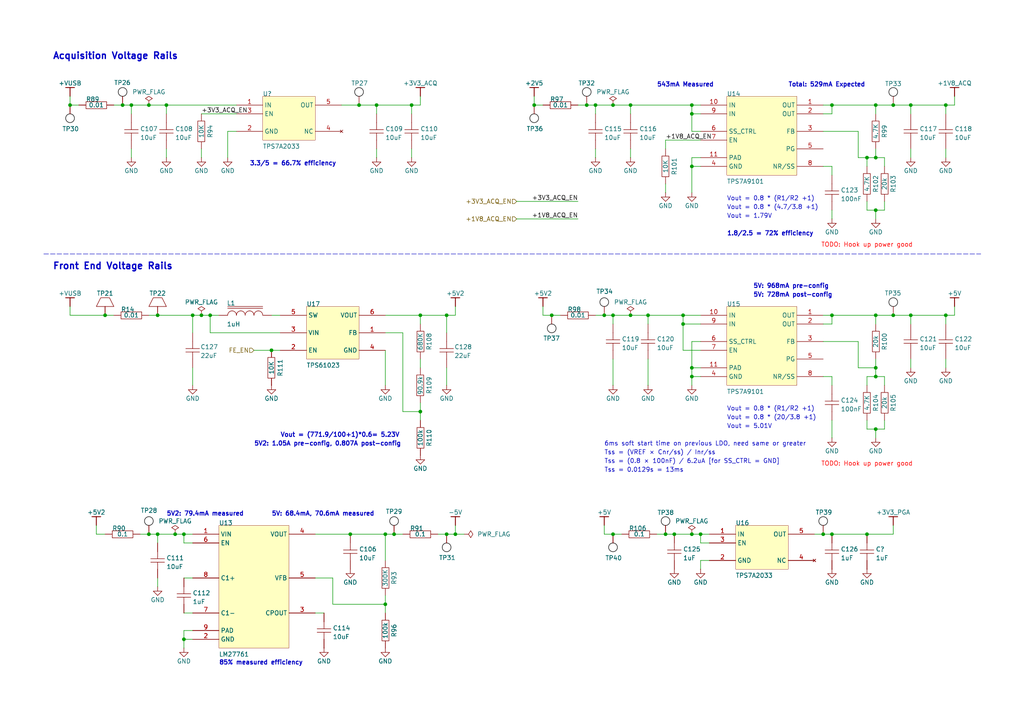
<source format=kicad_sch>
(kicad_sch (version 20241004) (generator "eeschema") (generator_version "8.99")
  (paper "A4")
  (title_block (title "ThunderScope") (rev "5") (company "EEVengers"))
  (text "Vout = 0.8 * (20/3.8 +1)" (at 210.82 121.92 0) (effects (font (size 1.27 1.27)) (justify left bottom)))
  (text "" (at 233.68 147.32 0) (effects (font (size 1.27 1.27)) (justify left bottom)))
  (text "Tss = 0.0129s = 13ms" (at 175.26 137.16 0) (effects (font (size 1.27 1.27)) (justify left bottom)))
  (text "5V: 728mA post-config" (at 218.44 86.36 0) (effects (font (size 1.27 1.27) (thickness 0.254) (bold yes)) (justify left bottom)))
  (text "3.3/5 = 66.7% efficiency" (at 72.39 48.26 0) (effects (font (size 1.27 1.27) (thickness 0.254) (bold yes)) (justify left bottom)))
  (text "5V: 968mA pre-config" (at 218.44 83.82 0) (effects (font (size 1.27 1.27) (thickness 0.254) (bold yes)) (justify left bottom)))
  (text "TODO: Hook up power good" (at 251.46 134.62 0) (effects (font (size 1.27 1.27))))
  (text "5V2: 1.05A pre-config, 0.807A post-config" (at 73.66 129.54 0) (effects (font (size 1.27 1.27) (thickness 0.254) (bold yes)) (justify left bottom)))
  (text "Vout = 0.8 * (R1/R2 +1)" (at 210.82 58.42 0) (effects (font (size 1.27 1.27)) (justify left bottom)))
  (text "Tss = (0.8 × 100nF) / 6.2uA [for SS_CTRL = GND]" (at 175.26 134.62 0) (effects (font (size 1.27 1.27)) (justify left bottom)))
  (text "Vout = 0.8 * (4.7/3.8 +1)" (at 210.82 60.96 0) (effects (font (size 1.27 1.27)) (justify left bottom)))
  (text "Vout = (771.9/100+1)*0.6= 5.23V" (at 81.28 127 0) (effects (font (size 1.27 1.27) (thickness 0.254) (bold yes)) (justify left bottom)))
  (text "5V: 68.4mA, 70.6mA measured" (at 78.74 149.86 0) (effects (font (size 1.27 1.27) (thickness 0.254) (bold yes)) (justify left bottom)))
  (text "6ms soft start time on previous LDO, need same or greater" (at 175.26 129.54 0) (effects (font (size 1.27 1.27)) (justify left bottom)))
  (text "Vout = 0.8 * (R1/R2 +1)" (at 210.82 119.38 0) (effects (font (size 1.27 1.27)) (justify left bottom)))
  (text "85% measured efficiency" (at 63.5 193.04 0) (effects (font (size 1.27 1.27) (thickness 0.254) (bold yes)) (justify left bottom)))
  (text "TODO: Hook up power good" (at 251.46 71.12 0) (effects (font (size 1.27 1.27))))
  (text "Vout = 5.01V" (at 210.82 124.46 0) (effects (font (size 1.27 1.27)) (justify left bottom)))
  (text "1.8/2.5 = 72% efficiency" (at 210.82 68.58 0) (effects (font (size 1.27 1.27) (thickness 0.254) (bold yes)) (justify left bottom)))
  (text "Vout = 1.79V" (at 210.82 63.5 0) (effects (font (size 1.27 1.27)) (justify left bottom)))
  (text "Front End Voltage Rails" (at 15.24 76.2 0) (effects (font (size 1.905 1.905) (thickness 0.381) (bold yes)) (justify left top)))
  (text "5V2: 79.4mA measured" (at 48.26 149.86 0) (effects (font (size 1.27 1.27) (thickness 0.254) (bold yes)) (justify left bottom)))
  (text "Total: 529mA Expected" (at 228.6 25.4 0) (effects (font (size 1.27 1.27) (thickness 0.254) (bold yes)) (justify left bottom)))
  (text "543mA Measured" (at 190.5 25.4 0) (effects (font (size 1.27 1.27) (thickness 0.254) (bold yes)) (justify left bottom)))
  (text "Acquisition Voltage Rails" (at 15.24 15.24 0) (effects (font (size 1.905 1.905) (thickness 0.381) (bold yes)) (justify left top)))
  (text "Tss = (VREF × Cnr/ss) / Inr/ss" (at 175.26 132.08 0) (effects (font (size 1.27 1.27)) (justify left bottom)))
  (junction (at 203.2 154.94))
  (junction (at 111.76 154.94))
  (junction (at 129.54 91.44))
  (junction (at 264.16 30.48))
  (junction (at 241.3 30.48))
  (junction (at 104.14 30.48))
  (junction (at 43.18 30.48))
  (junction (at 254 124.46))
  (junction (at 200.66 30.48))
  (junction (at 160.02 91.44))
  (junction (at 200.66 48.26))
  (junction (at 50.8 154.94))
  (junction (at 35.56 30.48))
  (junction (at 45.72 91.44))
  (junction (at 254 91.44))
  (junction (at 170.18 30.48))
  (junction (at 121.92 91.44))
  (junction (at 259.08 91.44))
  (junction (at 200.66 109.22))
  (junction (at 53.34 185.42))
  (junction (at 114.3 154.94))
  (junction (at 200.66 106.68))
  (junction (at 254 109.22))
  (junction (at 111.76 175.26))
  (junction (at 254 106.68))
  (junction (at 58.42 91.44))
  (junction (at 198.12 93.98))
  (junction (at 78.74 101.6))
  (junction (at 119.38 30.48))
  (junction (at 187.96 91.44))
  (junction (at 198.12 91.44))
  (junction (at 200.66 154.94))
  (junction (at 30.48 91.44))
  (junction (at 43.18 154.94))
  (junction (at 200.66 33.02))
  (junction (at 274.32 91.44))
  (junction (at 121.92 119.38))
  (junction (at 241.3 154.94))
  (junction (at 48.26 30.48))
  (junction (at 177.8 30.48))
  (junction (at 154.94 30.48))
  (junction (at 60.96 91.44))
  (junction (at 177.8 154.94))
  (junction (at 259.08 30.48))
  (junction (at 182.88 30.48))
  (junction (at 38.1 30.48))
  (junction (at 264.16 91.44))
  (junction (at 254 30.48))
  (junction (at 45.72 154.94))
  (junction (at 109.22 30.48))
  (junction (at 129.54 154.94))
  (junction (at 241.3 91.44))
  (junction (at 254 45.72))
  (junction (at 20.32 30.48))
  (junction (at 238.76 154.94))
  (junction (at 177.8 91.44))
  (junction (at 172.72 30.48))
  (junction (at 182.88 91.44))
  (junction (at 53.34 154.94))
  (junction (at 195.58 154.94))
  (junction (at 251.46 45.72))
  (junction (at 175.26 91.44))
  (junction (at 254 60.96))
  (junction (at 55.88 91.44))
  (junction (at 132.08 154.94))
  (junction (at 251.46 154.94))
  (junction (at 193.04 154.94))
  (junction (at 274.32 30.48))
  (junction (at 101.6 154.94))
  (wire (pts (xy 203.2 101.6) (xy 198.12 101.6)))
  (wire (pts (xy 55.88 91.44) (xy 55.88 96.52)))
  (wire (pts (xy 58.42 43.18) (xy 58.42 45.72)))
  (wire (pts (xy 53.34 157.48) (xy 53.34 154.94)))
  (wire (pts (xy 172.72 30.48) (xy 177.8 30.48)))
  (wire (pts (xy 254 127) (xy 254 124.46)))
  (wire (pts (xy 182.88 45.72) (xy 182.88 43.18)))
  (wire (pts (xy 254 109.22) (xy 256.54 109.22)))
  (wire (pts (xy 254 43.18) (xy 254 45.72)))
  (wire (pts (xy 195.58 154.94) (xy 200.66 154.94)))
  (wire (pts (xy 254 60.96) (xy 256.54 60.96)))
  (wire (pts (xy 160.02 91.44) (xy 162.56 91.44)))
  (wire (pts (xy 48.26 30.48) (xy 68.58 30.48)))
  (wire (pts (xy 241.3 91.44) (xy 254 91.44)))
  (wire (pts (xy 241.3 127) (xy 241.3 121.92)))
  (wire (pts (xy 241.3 48.26) (xy 241.3 50.8)))
  (wire (pts (xy 96.52 167.64) (xy 91.44 167.64)))
  (wire (pts (xy 20.32 30.48) (xy 22.86 30.48)))
  (wire (pts (xy 193.04 55.88) (xy 193.04 53.34)))
  (wire (pts (xy 45.72 91.44) (xy 55.88 91.44)))
  (wire (pts (xy 187.96 91.44) (xy 198.12 91.44)))
  (wire (pts (xy 149.86 58.42) (xy 167.64 58.42)))
  (wire (pts (xy 55.88 185.42) (xy 53.34 185.42)))
  (wire (pts (xy 248.92 45.72) (xy 251.46 45.72)))
  (wire (pts (xy 187.96 91.44) (xy 187.96 93.98)))
  (wire (pts (xy 121.92 30.48) (xy 121.92 27.94)))
  (wire (pts (xy 203.2 154.94) (xy 205.74 154.94)))
  (wire (pts (xy 45.72 157.48) (xy 45.72 154.94)))
  (wire (pts (xy 251.46 124.46) (xy 254 124.46)))
  (wire (pts (xy 43.18 91.44) (xy 45.72 91.44)))
  (wire (pts (xy 129.54 154.94) (xy 132.08 154.94)))
  (wire (pts (xy 55.88 91.44) (xy 58.42 91.44)))
  (wire (pts (xy 58.42 91.44) (xy 60.96 91.44)))
  (wire (pts (xy 27.94 154.94) (xy 30.48 154.94)))
  (wire (pts (xy 55.88 157.48) (xy 53.34 157.48)))
  (wire (pts (xy 193.04 40.64) (xy 203.2 40.64)))
  (wire (pts (xy 241.3 63.5) (xy 241.3 60.96)))
  (wire (pts (xy 91.44 177.8) (xy 93.98 177.8)))
  (wire (pts (xy 177.8 111.76) (xy 177.8 104.14)))
  (wire (pts (xy 55.88 154.94) (xy 53.34 154.94)))
  (wire (pts (xy 203.2 109.22) (xy 200.66 109.22)))
  (wire (pts (xy 254 30.48) (xy 259.08 30.48)))
  (wire (pts (xy 157.48 88.9) (xy 157.48 91.44)))
  (wire (pts (xy 154.94 27.94) (xy 154.94 30.48)))
  (wire (pts (xy 121.92 104.14) (xy 121.92 106.68)))
  (wire (pts (xy 254 124.46) (xy 256.54 124.46)))
  (wire (pts (xy 200.66 48.26) (xy 200.66 55.88)))
  (wire (pts (xy 43.18 30.48) (xy 48.26 30.48)))
  (wire (pts (xy 241.3 93.98) (xy 241.3 91.44)))
  (wire (pts (xy 45.72 170.18) (xy 45.72 167.64)))
  (wire (pts (xy 254 91.44) (xy 259.08 91.44)))
  (wire (pts (xy 101.6 154.94) (xy 111.76 154.94)))
  (wire (pts (xy 132.08 91.44) (xy 129.54 91.44)))
  (wire (pts (xy 238.76 38.1) (xy 248.92 38.1)))
  (wire (pts (xy 172.72 91.44) (xy 175.26 91.44)))
  (wire (pts (xy 251.46 45.72) (xy 251.46 48.26)))
  (wire (pts (xy 27.94 152.4) (xy 27.94 154.94)))
  (polyline (pts (xy 12.7 73.66) (xy 284.48 73.66)) (stroke (width 0.127) (type dash)))
  (wire (pts (xy 116.84 96.52) (xy 116.84 119.38)))
  (wire (pts (xy 203.2 162.56) (xy 203.2 165.1)))
  (wire (pts (xy 203.2 157.48) (xy 203.2 154.94)))
  (wire (pts (xy 238.76 48.26) (xy 241.3 48.26)))
  (wire (pts (xy 157.48 91.44) (xy 160.02 91.44)))
  (wire (pts (xy 241.3 111.76) (xy 241.3 109.22)))
  (wire (pts (xy 264.16 30.48) (xy 264.16 33.02)))
  (wire (pts (xy 111.76 154.94) (xy 111.76 162.56)))
  (wire (pts (xy 254 63.5) (xy 254 60.96)))
  (wire (pts (xy 132.08 154.94) (xy 134.62 154.94)))
  (wire (pts (xy 111.76 154.94) (xy 114.3 154.94)))
  (wire (pts (xy 177.8 91.44) (xy 182.88 91.44)))
  (wire (pts (xy 119.38 45.72) (xy 119.38 43.18)))
  (wire (pts (xy 251.46 58.42) (xy 251.46 60.96)))
  (wire (pts (xy 109.22 30.48) (xy 109.22 33.02)))
  (wire (pts (xy 200.66 109.22) (xy 200.66 111.76)))
  (wire (pts (xy 203.2 99.06) (xy 200.66 99.06)))
  (wire (pts (xy 104.14 30.48) (xy 109.22 30.48)))
  (wire (pts (xy 45.72 154.94) (xy 50.8 154.94)))
  (wire (pts (xy 30.48 91.44) (xy 33.02 91.44)))
  (wire (pts (xy 254 33.02) (xy 254 30.48)))
  (wire (pts (xy 111.76 175.26) (xy 111.76 172.72)))
  (wire (pts (xy 238.76 33.02) (xy 241.3 33.02)))
  (wire (pts (xy 38.1 30.48) (xy 43.18 30.48)))
  (wire (pts (xy 73.66 101.6) (xy 78.74 101.6)))
  (wire (pts (xy 241.3 109.22) (xy 238.76 109.22)))
  (wire (pts (xy 256.54 60.96) (xy 256.54 58.42)))
  (wire (pts (xy 200.66 154.94) (xy 203.2 154.94)))
  (wire (pts (xy 53.34 187.96) (xy 53.34 185.42)))
  (wire (pts (xy 259.08 91.44) (xy 264.16 91.44)))
  (wire (pts (xy 205.74 157.48) (xy 203.2 157.48)))
  (wire (pts (xy 172.72 45.72) (xy 172.72 43.18)))
  (wire (pts (xy 172.72 33.02) (xy 172.72 30.48)))
  (wire (pts (xy 248.92 106.68) (xy 254 106.68)))
  (wire (pts (xy 254 106.68) (xy 254 109.22)))
  (wire (pts (xy 254 45.72) (xy 256.54 45.72)))
  (wire (pts (xy 111.76 101.6) (xy 111.76 111.76)))
  (wire (pts (xy 121.92 91.44) (xy 129.54 91.44)))
  (wire (pts (xy 254 45.72) (xy 251.46 45.72)))
  (wire (pts (xy 203.2 38.1) (xy 200.66 38.1)))
  (wire (pts (xy 53.34 154.94) (xy 50.8 154.94)))
  (wire (pts (xy 60.96 91.44) (xy 60.96 96.52)))
  (wire (pts (xy 203.2 93.98) (xy 198.12 93.98)))
  (wire (pts (xy 175.26 154.94) (xy 177.8 154.94)))
  (wire (pts (xy 55.88 111.76) (xy 55.88 106.68)))
  (wire (pts (xy 200.66 30.48) (xy 203.2 30.48)))
  (wire (pts (xy 177.8 91.44) (xy 177.8 93.98)))
  (wire (pts (xy 190.5 154.94) (xy 193.04 154.94)))
  (wire (pts (xy 254 109.22) (xy 251.46 109.22)))
  (wire (pts (xy 238.76 99.06) (xy 248.92 99.06)))
  (wire (pts (xy 68.58 38.1) (xy 66.04 38.1)))
  (wire (pts (xy 203.2 48.26) (xy 200.66 48.26)))
  (wire (pts (xy 99.06 30.48) (xy 104.14 30.48)))
  (wire (pts (xy 274.32 45.72) (xy 274.32 43.18)))
  (wire (pts (xy 121.92 91.44) (xy 111.76 91.44)))
  (wire (pts (xy 193.04 43.18) (xy 193.04 40.64)))
  (wire (pts (xy 20.32 88.9) (xy 20.32 91.44)))
  (wire (pts (xy 198.12 101.6) (xy 198.12 93.98)))
  (wire (pts (xy 111.76 175.26) (xy 96.52 175.26)))
  (wire (pts (xy 259.08 154.94) (xy 259.08 152.4)))
  (wire (pts (xy 274.32 91.44) (xy 274.32 93.98)))
  (wire (pts (xy 238.76 93.98) (xy 241.3 93.98)))
  (wire (pts (xy 276.86 91.44) (xy 276.86 88.9)))
  (wire (pts (xy 274.32 91.44) (xy 276.86 91.44)))
  (wire (pts (xy 198.12 93.98) (xy 198.12 91.44)))
  (wire (pts (xy 53.34 185.42) (xy 53.34 182.88)))
  (wire (pts (xy 48.26 30.48) (xy 48.26 33.02)))
  (wire (pts (xy 132.08 154.94) (xy 132.08 152.4)))
  (wire (pts (xy 182.88 91.44) (xy 187.96 91.44)))
  (wire (pts (xy 200.66 33.02) (xy 200.66 30.48)))
  (wire (pts (xy 238.76 91.44) (xy 241.3 91.44)))
  (wire (pts (xy 78.74 101.6) (xy 81.28 101.6)))
  (wire (pts (xy 33.02 30.48) (xy 35.56 30.48)))
  (wire (pts (xy 254 93.98) (xy 254 91.44)))
  (wire (pts (xy 119.38 30.48) (xy 121.92 30.48)))
  (wire (pts (xy 20.32 27.94) (xy 20.32 30.48)))
  (wire (pts (xy 256.54 45.72) (xy 256.54 48.26)))
  (wire (pts (xy 241.3 33.02) (xy 241.3 30.48)))
  (wire (pts (xy 129.54 96.52) (xy 129.54 91.44)))
  (wire (pts (xy 251.46 121.92) (xy 251.46 124.46)))
  (wire (pts (xy 175.26 91.44) (xy 177.8 91.44)))
  (wire (pts (xy 96.52 175.26) (xy 96.52 167.64)))
  (wire (pts (xy 248.92 38.1) (xy 248.92 45.72)))
  (wire (pts (xy 264.16 91.44) (xy 264.16 93.98)))
  (wire (pts (xy 149.86 63.5) (xy 167.64 63.5)))
  (wire (pts (xy 127 154.94) (xy 129.54 154.94)))
  (wire (pts (xy 251.46 154.94) (xy 259.08 154.94)))
  (wire (pts (xy 203.2 33.02) (xy 200.66 33.02)))
  (wire (pts (xy 114.3 154.94) (xy 116.84 154.94)))
  (wire (pts (xy 20.32 91.44) (xy 30.48 91.44)))
  (wire (pts (xy 193.04 154.94) (xy 195.58 154.94)))
  (wire (pts (xy 55.88 167.64) (xy 53.34 167.64)))
  (wire (pts (xy 264.16 106.68) (xy 264.16 104.14)))
  (wire (pts (xy 264.16 91.44) (xy 274.32 91.44)))
  (wire (pts (xy 121.92 93.98) (xy 121.92 91.44)))
  (wire (pts (xy 251.46 109.22) (xy 251.46 111.76)))
  (wire (pts (xy 198.12 91.44) (xy 203.2 91.44)))
  (wire (pts (xy 43.18 154.94) (xy 40.64 154.94)))
  (wire (pts (xy 53.34 182.88) (xy 55.88 182.88)))
  (wire (pts (xy 66.04 38.1) (xy 66.04 45.72)))
  (wire (pts (xy 109.22 30.48) (xy 119.38 30.48)))
  (wire (pts (xy 60.96 96.52) (xy 81.28 96.52)))
  (wire (pts (xy 200.66 38.1) (xy 200.66 33.02)))
  (wire (pts (xy 203.2 45.72) (xy 200.66 45.72)))
  (wire (pts (xy 248.92 99.06) (xy 248.92 106.68)))
  (wire (pts (xy 264.16 30.48) (xy 274.32 30.48)))
  (wire (pts (xy 241.3 154.94) (xy 251.46 154.94)))
  (wire (pts (xy 116.84 119.38) (xy 121.92 119.38)))
  (wire (pts (xy 274.32 30.48) (xy 276.86 30.48)))
  (wire (pts (xy 58.42 33.02) (xy 68.58 33.02)))
  (wire (pts (xy 129.54 111.76) (xy 129.54 106.68)))
  (wire (pts (xy 177.8 30.48) (xy 182.88 30.48)))
  (wire (pts (xy 205.74 162.56) (xy 203.2 162.56)))
  (wire (pts (xy 203.2 106.68) (xy 200.66 106.68)))
  (wire (pts (xy 38.1 45.72) (xy 38.1 43.18)))
  (wire (pts (xy 182.88 30.48) (xy 182.88 33.02)))
  (wire (pts (xy 167.64 30.48) (xy 170.18 30.48)))
  (wire (pts (xy 274.32 106.68) (xy 274.32 104.14)))
  (wire (pts (xy 256.54 109.22) (xy 256.54 111.76)))
  (wire (pts (xy 187.96 111.76) (xy 187.96 104.14)))
  (wire (pts (xy 60.96 91.44) (xy 63.5 91.44)))
  (wire (pts (xy 254 106.68) (xy 254 104.14)))
  (wire (pts (xy 78.74 91.44) (xy 81.28 91.44)))
  (wire (pts (xy 251.46 60.96) (xy 254 60.96)))
  (wire (pts (xy 238.76 154.94) (xy 236.22 154.94)))
  (wire (pts (xy 154.94 30.48) (xy 157.48 30.48)))
  (wire (pts (xy 121.92 119.38) (xy 121.92 121.92)))
  (wire (pts (xy 35.56 30.48) (xy 38.1 30.48)))
  (wire (pts (xy 170.18 30.48) (xy 172.72 30.48)))
  (wire (pts (xy 182.88 30.48) (xy 200.66 30.48)))
  (wire (pts (xy 276.86 30.48) (xy 276.86 27.94)))
  (wire (pts (xy 111.76 177.8) (xy 111.76 175.26)))
  (wire (pts (xy 177.8 154.94) (xy 180.34 154.94)))
  (wire (pts (xy 109.22 45.72) (xy 109.22 43.18)))
  (wire (pts (xy 111.76 96.52) (xy 116.84 96.52)))
  (wire (pts (xy 259.08 30.48) (xy 264.16 30.48)))
  (wire (pts (xy 91.44 154.94) (xy 101.6 154.94)))
  (wire (pts (xy 238.76 30.48) (xy 241.3 30.48)))
  (wire (pts (xy 200.66 99.06) (xy 200.66 106.68)))
  (wire (pts (xy 48.26 45.72) (xy 48.26 43.18)))
  (wire (pts (xy 200.66 45.72) (xy 200.66 48.26)))
  (wire (pts (xy 121.92 116.84) (xy 121.92 119.38)))
  (wire (pts (xy 200.66 106.68) (xy 200.66 109.22)))
  (wire (pts (xy 132.08 88.9) (xy 132.08 91.44)))
  (wire (pts (xy 45.72 154.94) (xy 43.18 154.94)))
  (wire (pts (xy 274.32 30.48) (xy 274.32 33.02)))
  (wire (pts (xy 119.38 30.48) (xy 119.38 33.02)))
  (wire (pts (xy 256.54 124.46) (xy 256.54 121.92)))
  (wire (pts (xy 264.16 45.72) (xy 264.16 43.18)))
  (wire (pts (xy 175.26 152.4) (xy 175.26 154.94)))
  (wire (pts (xy 241.3 154.94) (xy 238.76 154.94)))
  (wire (pts (xy 241.3 30.48) (xy 254 30.48)))
  (wire (pts (xy 55.88 177.8) (xy 53.34 177.8)))
  (wire (pts (xy 38.1 33.02) (xy 38.1 30.48)))
  (label "+1V8_ACQ_EN" (at 167.64 63.5 180))
  (label "+1V8_ACQ_EN" (at 193.04 40.64 0))
  (label "+3V3_ACQ_EN" (at 167.64 58.42 180))
  (label "+3V3_ACQ_EN" (at 58.42 33.02 0))
  (hierarchical_label "FE_EN" (shape input) (at 73.66 101.6 180))
  (hierarchical_label "+1V8_ACQ_EN" (shape input) (at 149.86 63.5 180))
  (hierarchical_label "+3V3_ACQ_EN" (shape input) (at 149.86 58.42 180))
  (symbol (lib_id "Thunderscope_Rev5:CAP 10uF 10V X5R 0603") (at 187.96 99.06 0) (unit 1)
    (property "Reference" "C120" (at 190.5 99.06 0) (effects (justify left bottom)))
    (property "Value" "${ALTIUM_VALUE}" (at 190.5 101.6 0) (effects (justify left bottom)))
    (property "Footprint" "GEN_C_0603" (effects (hide yes)))
    (property "PACKAGE" "0402" (effects (hide yes)))
    (property "VOLTAGE RATING" "10V" (effects (hide yes)))
    (property "SUPPLIER 1" "Mouser" (effects (hide yes)))
    (property "SUPPLIER PART NUMBER 1" "81-GRM188R61A106ME9D" (effects (hide yes)))
    (property "ALTIUM_VALUE" "10uF" (effects (hide yes)))
    (property "HOUSE PART NUMBER" "C-10uF-0603-002" (effects (hide yes)))
    (property "MANUFACTURER" "Murata" (effects (hide yes)))
    (property "MANUFACTURER PART NUMBER" "GRM188R61A106ME69D" (effects (hide yes)))
  )
  (symbol (lib_id "Thunderscope_Rev5:RES 10K OHM 1% 1/10W 0402") (at 78.74 106.68 90) (unit 1)
    (property "Reference" "R111" (at 81.28 106.68 0))
    (property "Value" "${ALTIUM_VALUE}" (at 78.74 106.68 0))
    (property "Footprint" "GEN_R_0402" (effects (hide yes)))
    (property "TOLERANCE" "1%" (effects (hide yes)))
    (property "PACKAGE" "0402" (effects (hide yes)))
    (property "SUPPLIER 1" "Mouser" (effects (hide yes)))
    (property "SUPPLIER PART NUMBER 1" "667-ERJ-2RKF1002X" (effects (hide yes)))
    (property "ALTIUM_VALUE" "10K" (effects (hide yes)))
    (property "MANUFACTURER" "Panasonic" (effects (hide yes)))
    (property "MANUFACTURER PART NUMBER" "ERJ-2RKF1002X" (effects (hide yes)))
  )
  (symbol (lib_id "Thunderscope_Rev5:TP PCB 1mm") (at 259.08 91.44 90) (unit 1) (in_bom no)
    (property "Reference" "TP35" (at 261.4354 84.3184 90) (effects (justify left bottom)))
    (property "Value" "PCB" (effects (hide yes)))
    (property "Footprint" "GEN_TP_PCB" (effects (hide yes)))
  )
  (symbol (lib_id "Thunderscope_Rev5:-5V_BAR") (at 132.08 152.4 180) (unit 1)
    (property "Reference" "#PWR0534" (effects (hide yes)))
    (property "Value" "-5V" (at 132.08 148.59 0))
  )
  (symbol (lib_id "Thunderscope_Rev5:+3V3_ACQ_BAR") (at 121.92 27.94 180) (unit 1)
    (property "Reference" "#PWR0275" (effects (hide yes)))
    (property "Value" "+3V3_ACQ" (at 121.92 24.13 0))
    (property "Description" "Power symbol creates a global label with name '+3V3_ACQ'" (effects (hide yes)))
  )
  (symbol (lib_id "Thunderscope_Rev5:+5V_BAR") (at 175.26 152.4 180) (unit 1)
    (property "Reference" "#PWR0535" (effects (hide yes)))
    (property "Value" "+5V" (at 175.26 148.59 0))
  )
  (symbol (lib_id "Thunderscope_Rev5:RES 20K OHM 1% 1/16W 0402") (at 256.54 116.84 0) (unit 1)
    (property "Reference" "R105" (at 259.08 116.84 90))
    (property "Value" "${ALTIUM_VALUE}" (at 256.54 116.84 90))
    (property "Footprint" "GEN_R_0402" (effects (hide yes)))
    (property "TOLERANCE" "1%" (effects (hide yes)))
    (property "PACKAGE" "0402" (effects (hide yes)))
    (property "SUPPLIER 1" "Mouser" (effects (hide yes)))
    (property "SUPPLIER PART NUMBER 1" "603-RC0402FR-0720KL" (effects (hide yes)))
    (property "ALTIUM_VALUE" "20k" (effects (hide yes)))
    (property "MANUFACTURER" "Yageo" (effects (hide yes)))
    (property "MANUFACTURER PART NUMBER" "RC0402FR-0720KL" (effects (hide yes)))
  )
  (symbol (lib_id "Thunderscope_Rev5:RES 0.01 OHM 1% 1/4W 0603") (at 162.56 30.48 0) (unit 1)
    (property "Reference" "R97" (at 159.56 29.504 0) (effects (justify left bottom)))
    (property "Value" "${ALTIUM_VALUE}" (at 162.56 30.48 0))
    (property "Footprint" "GEN_R_0603" (effects (hide yes)))
    (property "TOLERANCE" "1%" (effects (hide yes)))
    (property "SUPPLIER 1" "Mouser" (effects (hide yes)))
    (property "SUPPLIER PART NUMBER 1" "754-RL0816T-R010-F" (effects (hide yes)))
    (property "ALTIUM_VALUE" "0.01" (effects (hide yes)))
    (property "PACKAGE" "0603" (effects (hide yes)))
    (property "HOUSE PART NUMBER" "R-0.01-0603-1%-001" (effects (hide yes)))
    (property "MANUFACTURER" "Susumu" (effects (hide yes)))
    (property "MANUFACTURER PART NUMBER" "RL0816T-R010-F" (effects (hide yes)))
  )
  (symbol (lib_id "Thunderscope_Rev5:RES 10K OHM 1% 1/10W 0402") (at 193.04 48.26 90) (unit 1)
    (property "Reference" "R101" (at 195.58 48.26 0))
    (property "Value" "${ALTIUM_VALUE}" (at 193.04 48.26 0))
    (property "Footprint" "GEN_R_0402" (effects (hide yes)))
    (property "TOLERANCE" "1%" (effects (hide yes)))
    (property "PACKAGE" "0402" (effects (hide yes)))
    (property "SUPPLIER 1" "Mouser" (effects (hide yes)))
    (property "SUPPLIER PART NUMBER 1" "667-ERJ-2RKF1002X" (effects (hide yes)))
    (property "ALTIUM_VALUE" "10K" (effects (hide yes)))
    (property "MANUFACTURER" "Panasonic" (effects (hide yes)))
    (property "MANUFACTURER PART NUMBER" "ERJ-2RKF1002X" (effects (hide yes)))
  )
  (symbol (lib_id "Thunderscope_Rev5:CAP 10uF 10V X5R 0603") (at 48.26 38.1 0) (unit 1)
    (property "Reference" "C108" (at 50.8 38.1 0) (effects (justify left bottom)))
    (property "Value" "${ALTIUM_VALUE}" (at 50.8 40.64 0) (effects (justify left bottom)))
    (property "Footprint" "GEN_C_0603" (effects (hide yes)))
    (property "PACKAGE" "0402" (effects (hide yes)))
    (property "VOLTAGE RATING" "10V" (effects (hide yes)))
    (property "SUPPLIER 1" "Mouser" (effects (hide yes)))
    (property "SUPPLIER PART NUMBER 1" "81-GRM188R61A106ME9D" (effects (hide yes)))
    (property "ALTIUM_VALUE" "10uF" (effects (hide yes)))
    (property "HOUSE PART NUMBER" "C-10uF-0603-002" (effects (hide yes)))
    (property "MANUFACTURER" "Murata" (effects (hide yes)))
    (property "MANUFACTURER PART NUMBER" "GRM188R61A106ME69D" (effects (hide yes)))
  )
  (symbol (lib_id "Thunderscope_Rev5:IC LDO TPS7A9101") (at 220.98 99.06 0) (unit 1)
    (property "Reference" "U15" (at 210.82 88.9 0) (effects (justify left bottom)))
    (property "Value" "TPS7A9101" (at 210.82 114.3 0) (effects (justify left bottom)))
    (property "Footprint" "TI_WSON10_DSK0010A" (effects (hide yes)))
    (property "SUPPLIER 1" "Digi-Key" (effects (hide yes)))
    (property "SUPPLIER PART NUMBER 1" "296-45298-1-ND" (effects (hide yes)))
  )
  (symbol (lib_id "Thunderscope_Rev5:GND") (at 241.3 165.1 0) (unit 1)
    (property "Reference" "#PWR0530" (effects (hide yes)))
    (property "Value" "GND" (at 241.3 168.91 0))
    (property "Description" "Power symbol creates a global label with name \"GND\" , ground" (effects (hide yes)))
  )
  (symbol (lib_id "Thunderscope_Rev5:GND") (at 264.16 45.72 0) (unit 1)
    (property "Reference" "#PWR0551" (effects (hide yes)))
    (property "Value" "GND" (at 264.16 49.53 0))
    (property "Description" "Power symbol creates a global label with name \"GND\" , ground" (effects (hide yes)))
  )
  (symbol (lib_id "Thunderscope_Rev5:TP PCB 1mm") (at 43.18 154.94 90) (unit 1) (in_bom no)
    (property "Reference" "TP28" (at 45.6611 147.3474 90) (effects (justify left bottom)))
    (property "Value" "PCB" (effects (hide yes)))
    (property "Footprint" "GEN_TP_PCB" (effects (hide yes)))
  )
  (symbol (lib_id "Thunderscope_Rev5:CAP 10uF 10V X5R 0603") (at 101.6 160.02 0) (unit 1)
    (property "Reference" "C106" (at 104.14 160.02 0) (effects (justify left bottom)))
    (property "Value" "${ALTIUM_VALUE}" (at 104.14 162.56 0) (effects (justify left bottom)))
    (property "Footprint" "GEN_C_0603" (effects (hide yes)))
    (property "PACKAGE" "0402" (effects (hide yes)))
    (property "VOLTAGE RATING" "10V" (effects (hide yes)))
    (property "SUPPLIER 1" "Mouser" (effects (hide yes)))
    (property "SUPPLIER PART NUMBER 1" "81-GRM188R61A106ME9D" (effects (hide yes)))
    (property "ALTIUM_VALUE" "10uF" (effects (hide yes)))
    (property "HOUSE PART NUMBER" "C-10uF-0603-002" (effects (hide yes)))
    (property "MANUFACTURER" "Murata" (effects (hide yes)))
    (property "MANUFACTURER PART NUMBER" "GRM188R61A106ME69D" (effects (hide yes)))
  )
  (symbol (lib_id "Thunderscope_Rev5:GND") (at 129.54 111.76 0) (unit 1)
    (property "Reference" "#PWR0541" (effects (hide yes)))
    (property "Value" "GND" (at 129.54 115.57 0))
    (property "Description" "Power symbol creates a global label with name \"GND\" , ground" (effects (hide yes)))
  )
  (symbol (lib_id "Thunderscope_Rev5:IC LDO TPS7A2033") (at 83.82 35.56 0) (unit 1)
    (property "Reference" "U?" (at 76.2 27.94 0) (effects (justify left bottom)))
    (property "Value" "TPS7A2033" (at 76.2 43.18 0) (effects (justify left bottom)))
    (property "Footprint" "GEN_SOT23_5_950_2900X1600X1450" (effects (hide yes)))
    (property "MANUFACTURER" "Texas Instruments" (effects (hide yes)))
    (property "MANUFACTURER PART NUMBER" "TPS7A2033PDBVR" (effects (hide yes)))
    (property "SUPPLIER 1" "Texas Instruments" (effects (hide yes)))
    (property "SUPPLIER PART NUMBER 1" "TPS7A2033PDBVR" (effects (hide yes)))
  )
  (symbol (lib_id "Thunderscope_Rev5:RES 100K OHM 1% 1/10W 0402") (at 111.76 182.88 0) (unit 1)
    (property "Reference" "R96" (at 114.3 182.88 90))
    (property "Value" "${ALTIUM_VALUE}" (at 111.76 182.88 90))
    (property "Footprint" "GEN_R_0402" (effects (hide yes)))
    (property "TOLERANCE" "1%" (effects (hide yes)))
    (property "PACKAGE" "0402" (effects (hide yes)))
    (property "SUPPLIER 1" "Mouser" (effects (hide yes)))
    (property "SUPPLIER PART NUMBER 1" "603-RC0402FR-07100KL" (effects (hide yes)))
    (property "ALTIUM_VALUE" "100k" (effects (hide yes)))
    (property "HOUSE PART NUMBER" "R-100K-0402-1%-001" (effects (hide yes)))
    (property "MANUFACTURER" "Yageo" (effects (hide yes)))
    (property "MANUFACTURER PART NUMBER" "RC0402FR-07100KL" (effects (hide yes)))
  )
  (symbol (lib_id "Thunderscope_Rev5:GND") (at 182.88 45.72 0) (unit 1)
    (property "Reference" "#PWR0543" (effects (hide yes)))
    (property "Value" "GND" (at 182.88 49.53 0))
    (property "Description" "Power symbol creates a global label with name \"GND\" , ground" (effects (hide yes)))
  )
  (symbol (lib_id "Thunderscope_Rev5:+2V5_BAR") (at 154.94 27.94 180) (unit 1)
    (property "Reference" "#PWR0546" (effects (hide yes)))
    (property "Value" "+2V5" (at 154.94 24.13 0))
  )
  (symbol (lib_id "Thunderscope_Rev5:CAP 1uF 25V X5R 0402") (at 251.46 160.02 0) (unit 1)
    (property "Reference" "C?" (at 254 160.02 0) (effects (justify left bottom)))
    (property "Value" "${ALTIUM_VALUE}" (at 254 162.56 0) (effects (justify left bottom)))
    (property "Footprint" "GEN_C_0402" (effects (hide yes)))
    (property "PACKAGE" "0402" (effects (hide yes)))
    (property "VOLTAGE RATING" "25V" (effects (hide yes)))
    (property "SUPPLIER 1" "Mouser" (effects (hide yes)))
    (property "SUPPLIER PART NUMBER 1" "81-GRM155R61E105KA2D" (effects (hide yes)))
    (property "ALTIUM_VALUE" "1uF" (effects (hide yes)))
    (property "MANUFACTURER" "Murata" (effects (hide yes)))
    (property "MANUFACTURER PART NUMBER" "GRM155R61E105KA12D" (effects (hide yes)))
  )
  (symbol (lib_id "Thunderscope_Rev5:GND") (at 251.46 165.1 0) (unit 1)
    (property "Reference" "#PWR0276" (effects (hide yes)))
    (property "Value" "GND" (at 251.46 168.91 0))
    (property "Description" "Power symbol creates a global label with name \"GND\" , ground" (effects (hide yes)))
  )
  (symbol (lib_id "Thunderscope_Rev5:RES 0.01 OHM 1% 1/4W 0603") (at 167.64 91.44 0) (unit 1)
    (property "Reference" "R98" (at 164.64 90.464 0) (effects (justify left bottom)))
    (property "Value" "${ALTIUM_VALUE}" (at 167.64 91.44 0))
    (property "Footprint" "GEN_R_0603" (effects (hide yes)))
    (property "TOLERANCE" "1%" (effects (hide yes)))
    (property "SUPPLIER 1" "Mouser" (effects (hide yes)))
    (property "SUPPLIER PART NUMBER 1" "754-RL0816T-R010-F" (effects (hide yes)))
    (property "ALTIUM_VALUE" "0.01" (effects (hide yes)))
    (property "PACKAGE" "0603" (effects (hide yes)))
    (property "HOUSE PART NUMBER" "R-0.01-0603-1%-001" (effects (hide yes)))
    (property "MANUFACTURER" "Susumu" (effects (hide yes)))
    (property "MANUFACTURER PART NUMBER" "RL0816T-R010-F" (effects (hide yes)))
  )
  (symbol (lib_id "Thunderscope_Rev5:TP PCB 1mm") (at 193.04 154.94 90) (unit 1) (in_bom no)
    (property "Reference" "TP38" (at 195.5152 147.9422 90) (effects (justify left bottom)))
    (property "Value" "PCB" (effects (hide yes)))
    (property "Footprint" "GEN_TP_PCB" (effects (hide yes)))
  )
  (symbol (lib_id "Thunderscope_Rev5:RES 0.1 OHM 1% 1/6W 0402") (at 35.56 154.94 0) (unit 1)
    (property "Reference" "R90" (at 32.56 153.964 0) (effects (justify left bottom)))
    (property "Value" "${ALTIUM_VALUE}" (at 35.56 154.94 0))
    (property "Footprint" "GEN_R_0402" (effects (hide yes)))
    (property "TOLERANCE" "1%" (effects (hide yes)))
    (property "PACKAGE" "0402" (effects (hide yes)))
    (property "SUPPLIER 1" "Mouser" (effects (hide yes)))
    (property "SUPPLIER PART NUMBER 1" "667-ERJ-2BSFR10X" (effects (hide yes)))
    (property "ALTIUM_VALUE" "0.1" (effects (hide yes)))
    (property "MANUFACTURER" "Panasonic" (effects (hide yes)))
    (property "MANUFACTURER PART NUMBER" "ERJ-2BSFR10X" (effects (hide yes)))
  )
  (symbol (lib_id "Thunderscope_Rev5:CAP 100nF 16V X7R 0402") (at 241.3 116.84 0) (unit 1)
    (property "Reference" "C124" (at 243.84 116.84 0) (effects (justify left bottom)))
    (property "Value" "${ALTIUM_VALUE}" (at 243.84 119.38 0) (effects (justify left bottom)))
    (property "Footprint" "GEN_C_0402" (effects (hide yes)))
    (property "PACKAGE" "0402" (effects (hide yes)))
    (property "VOLTAGE RATING" "16V" (effects (hide yes)))
    (property "SUPPLIER 1" "Mouser" (effects (hide yes)))
    (property "SUPPLIER PART NUMBER 1" "81-GCM155R71C104KA5D" (effects (hide yes)))
    (property "ALTIUM_VALUE" "100nF" (effects (hide yes)))
    (property "MANUFACTURER" "Murata" (effects (hide yes)))
    (property "HOUSE PART NUMBER" "C-100nF-0402-002" (effects (hide yes)))
    (property "MANUFACTURER PART NUMBER" "GCM155R71C104KA55D" (effects (hide yes)))
  )
  (symbol (lib_id "Thunderscope_Rev5:CAP 1uF 25V X5R 0402") (at 195.58 160.02 0) (unit 1)
    (property "Reference" "C125" (at 198.12 160.02 0) (effects (justify left bottom)))
    (property "Value" "${ALTIUM_VALUE}" (at 198.12 162.56 0) (effects (justify left bottom)))
    (property "Footprint" "GEN_C_0402" (effects (hide yes)))
    (property "PACKAGE" "0402" (effects (hide yes)))
    (property "VOLTAGE RATING" "25V" (effects (hide yes)))
    (property "SUPPLIER 1" "Mouser" (effects (hide yes)))
    (property "SUPPLIER PART NUMBER 1" "81-GRM155R61E105KA2D" (effects (hide yes)))
    (property "ALTIUM_VALUE" "1uF" (effects (hide yes)))
    (property "MANUFACTURER" "Murata" (effects (hide yes)))
    (property "MANUFACTURER PART NUMBER" "GRM155R61E105KA12D" (effects (hide yes)))
  )
  (symbol (lib_id "power:PWR_FLAG") (at 182.88 91.44 0) (unit 1)
    (property "Reference" "#FLG024" (effects (hide yes)))
    (property "Value" "PWR_FLAG" (at 182.88 87.63 0))
    (property "Description" "Special symbol for telling ERC where power comes from" (effects (hide yes)))
  )
  (symbol (lib_id "Thunderscope_Rev5:RES 4.7K OHM 1% 1/10W 0402") (at 251.46 53.34 90) (unit 1)
    (property "Reference" "R102" (at 254 53.34 0))
    (property "Value" "${ALTIUM_VALUE}" (at 251.46 53.34 0))
    (property "Footprint" "GEN_R_0402" (effects (hide yes)))
    (property "TOLERANCE" "1%" (effects (hide yes)))
    (property "PACKAGE" "0402" (effects (hide yes)))
    (property "SUPPLIER 1" "Mouser" (effects (hide yes)))
    (property "SUPPLIER PART NUMBER 1" "667-ERJ-2RKF4701X" (effects (hide yes)))
    (property "ALTIUM_VALUE" "4.7K" (effects (hide yes)))
    (property "MANUFACTURER" "Panasonic" (effects (hide yes)))
    (property "MANUFACTURER PART NUMBER" "ERJ-2RKF4701X" (effects (hide yes)))
  )
  (symbol (lib_id "Thunderscope_Rev5:RES 300K OHM 1% 1/10W 0402") (at 111.76 167.64 0) (unit 1)
    (property "Reference" "R93" (at 114.3 167.64 90))
    (property "Value" "${ALTIUM_VALUE}" (at 111.76 167.64 90))
    (property "Footprint" "GEN_R_0402" (effects (hide yes)))
    (property "TOLERANCE" "1%" (effects (hide yes)))
    (property "PACKAGE" "0402" (effects (hide yes)))
    (property "SUPPLIER 1" "Mouser" (effects (hide yes)))
    (property "SUPPLIER PART NUMBER 1" "667-ERJ-2RKF3003X" (effects (hide yes)))
    (property "ALTIUM_VALUE" "300K" (effects (hide yes)))
    (property "MANUFACTURER" "Panasonic" (effects (hide yes)))
    (property "MANUFACTURER PART NUMBER" "ERJ-2RKF3003X" (effects (hide yes)))
  )
  (symbol (lib_id "power:PWR_FLAG") (at 58.42 91.44 0) (unit 1)
    (property "Reference" "#FLG022" (effects (hide yes)))
    (property "Value" "PWR_FLAG" (at 58.42 87.63 0))
    (property "Description" "Special symbol for telling ERC where power comes from" (effects (hide yes)))
  )
  (symbol (lib_id "Thunderscope_Rev5:GND") (at 274.32 45.72 0) (unit 1)
    (property "Reference" "#PWR0549" (effects (hide yes)))
    (property "Value" "GND" (at 274.32 49.53 0))
    (property "Description" "Power symbol creates a global label with name \"GND\" , ground" (effects (hide yes)))
  )
  (symbol (lib_id "Thunderscope_Rev5:GND") (at 203.2 165.1 0) (unit 1)
    (property "Reference" "#PWR0532" (effects (hide yes)))
    (property "Value" "GND" (at 203.2 168.91 0))
    (property "Description" "Power symbol creates a global label with name \"GND\" , ground" (effects (hide yes)))
  )
  (symbol (lib_id "Thunderscope_Rev5:CAP 1uF 25V X5R 0402") (at 241.3 160.02 0) (unit 1)
    (property "Reference" "C126" (at 243.84 160.02 0) (effects (justify left bottom)))
    (property "Value" "${ALTIUM_VALUE}" (at 243.84 162.56 0) (effects (justify left bottom)))
    (property "Footprint" "GEN_C_0402" (effects (hide yes)))
    (property "PACKAGE" "0402" (effects (hide yes)))
    (property "VOLTAGE RATING" "25V" (effects (hide yes)))
    (property "SUPPLIER 1" "Mouser" (effects (hide yes)))
    (property "SUPPLIER PART NUMBER 1" "81-GRM155R61E105KA2D" (effects (hide yes)))
    (property "ALTIUM_VALUE" "1uF" (effects (hide yes)))
    (property "MANUFACTURER" "Murata" (effects (hide yes)))
    (property "MANUFACTURER PART NUMBER" "GRM155R61E105KA12D" (effects (hide yes)))
  )
  (symbol (lib_id "Thunderscope_Rev5:TP PCB 1mm") (at 175.26 91.44 90) (unit 1) (in_bom no)
    (property "Reference" "TP34" (at 177.8 83.82 90) (effects (justify left bottom)))
    (property "Value" "PCB" (effects (hide yes)))
    (property "Footprint" "GEN_TP_PCB" (effects (hide yes)))
  )
  (symbol (lib_id "Thunderscope_Rev5:TP PCB 1mm") (at 114.3 154.94 90) (unit 1) (in_bom no)
    (property "Reference" "TP29" (at 116.7301 147.6418 90) (effects (justify left bottom)))
    (property "Value" "PCB" (effects (hide yes)))
    (property "Footprint" "GEN_TP_PCB" (effects (hide yes)))
  )
  (symbol (lib_id "Thunderscope_Rev5:+VUSB") (at 20.32 27.94 180) (unit 1)
    (property "Reference" "#PWR0269" (effects (hide yes)))
    (property "Value" "+VUSB" (at 20.32 24.13 0))
    (property "Description" "Power symbol creates a global label with name '+VUSB'" (effects (hide yes)))
  )
  (symbol (lib_id "Thunderscope_Rev5:GND") (at 254 127 0) (unit 1)
    (property "Reference" "#PWR0528" (effects (hide yes)))
    (property "Value" "GND" (at 254 130.81 0))
    (property "Description" "Power symbol creates a global label with name \"GND\" , ground" (effects (hide yes)))
  )
  (symbol (lib_id "Thunderscope_Rev5:TP PCB 1mm") (at 177.8 154.94 270) (unit 1) (in_bom no)
    (property "Reference" "TP40" (at 175.5348 162.5639 90) (effects (justify left bottom)))
    (property "Value" "PCB" (effects (hide yes)))
    (property "Footprint" "GEN_TP_PCB" (effects (hide yes)))
  )
  (symbol (lib_id "Thunderscope_Rev5:CAP 10uF 10V X5R 0603") (at 119.38 38.1 0) (unit 1)
    (property "Reference" "C110" (at 121.92 38.1 0) (effects (justify left bottom)))
    (property "Value" "${ALTIUM_VALUE}" (at 121.92 40.64 0) (effects (justify left bottom)))
    (property "Footprint" "GEN_C_0603" (effects (hide yes)))
    (property "PACKAGE" "0402" (effects (hide yes)))
    (property "VOLTAGE RATING" "10V" (effects (hide yes)))
    (property "SUPPLIER 1" "Mouser" (effects (hide yes)))
    (property "SUPPLIER PART NUMBER 1" "81-GRM188R61A106ME9D" (effects (hide yes)))
    (property "ALTIUM_VALUE" "10uF" (effects (hide yes)))
    (property "HOUSE PART NUMBER" "C-10uF-0603-002" (effects (hide yes)))
    (property "MANUFACTURER" "Murata" (effects (hide yes)))
    (property "MANUFACTURER PART NUMBER" "GRM188R61A106ME69D" (effects (hide yes)))
  )
  (symbol (lib_id "Thunderscope_Rev5:GND") (at 200.66 55.88 0) (unit 1)
    (property "Reference" "#PWR0544" (effects (hide yes)))
    (property "Value" "GND" (at 200.66 59.69 0))
    (property "Description" "Power symbol creates a global label with name \"GND\" , ground" (effects (hide yes)))
  )
  (symbol (lib_id "Thunderscope_Rev5:GND") (at 38.1 45.72 0) (unit 1)
    (property "Reference" "#PWR0517" (effects (hide yes)))
    (property "Value" "GND" (at 38.1 49.53 0))
    (property "Description" "Power symbol creates a global label with name \"GND\" , ground" (effects (hide yes)))
  )
  (symbol (lib_id "Thunderscope_Rev5:CAP 10uF 10V X5R 0603") (at 264.16 38.1 0) (unit 1)
    (property "Reference" "C117" (at 266.7 38.1 0) (effects (justify left bottom)))
    (property "Value" "${ALTIUM_VALUE}" (at 266.7 40.64 0) (effects (justify left bottom)))
    (property "Footprint" "GEN_C_0603" (effects (hide yes)))
    (property "PACKAGE" "0402" (effects (hide yes)))
    (property "VOLTAGE RATING" "10V" (effects (hide yes)))
    (property "SUPPLIER 1" "Mouser" (effects (hide yes)))
    (property "SUPPLIER PART NUMBER 1" "81-GRM188R61A106ME9D" (effects (hide yes)))
    (property "ALTIUM_VALUE" "10uF" (effects (hide yes)))
    (property "HOUSE PART NUMBER" "C-10uF-0603-002" (effects (hide yes)))
    (property "MANUFACTURER" "Murata" (effects (hide yes)))
    (property "MANUFACTURER PART NUMBER" "GRM188R61A106ME69D" (effects (hide yes)))
  )
  (symbol (lib_id "Thunderscope_Rev5:CAP 10uF 10V X5R 0603") (at 172.72 38.1 0) (unit 1)
    (property "Reference" "C115" (at 175.26 38.1 0) (effects (justify left bottom)))
    (property "Value" "${ALTIUM_VALUE}" (at 175.26 40.64 0) (effects (justify left bottom)))
    (property "Footprint" "GEN_C_0603" (effects (hide yes)))
    (property "PACKAGE" "0402" (effects (hide yes)))
    (property "VOLTAGE RATING" "10V" (effects (hide yes)))
    (property "SUPPLIER 1" "Mouser" (effects (hide yes)))
    (property "SUPPLIER PART NUMBER 1" "81-GRM188R61A106ME9D" (effects (hide yes)))
    (property "ALTIUM_VALUE" "10uF" (effects (hide yes)))
    (property "HOUSE PART NUMBER" "C-10uF-0603-002" (effects (hide yes)))
    (property "MANUFACTURER" "Murata" (effects (hide yes)))
    (property "MANUFACTURER PART NUMBER" "GRM188R61A106ME69D" (effects (hide yes)))
  )
  (symbol (lib_id "Thunderscope_Rev5:CAP 22uF 25V X5R 0805") (at 129.54 101.6 0) (unit 1)
    (property "Reference" "C128" (at 131.794 101.346 0) (effects (justify left bottom)))
    (property "Value" "${ALTIUM_VALUE}" (at 131.794 103.886 0) (effects (justify left bottom)))
    (property "Footprint" "GEN_C_0805" (effects (hide yes)))
    (property "PACKAGE" "0805" (effects (hide yes)))
    (property "VOLTAGE RATING" "25V" (effects (hide yes)))
    (property "ALTIUM_VALUE" "22uF" (effects (hide yes)))
    (property "SUPPLIER 1" "Mouser" (effects (hide yes)))
    (property "SUPPLIER PART NUMBER 1" "81-GRM21BR61E226ME4L" (effects (hide yes)))
    (property "HOUSE PART NUMBER" "C-22uF-0805-002" (effects (hide yes)))
    (property "MANUFACTURER" "Murata" (effects (hide yes)))
    (property "MANUFACTURER PART NUMBER" "GRM21BR61E226ME44L" (effects (hide yes)))
  )
  (symbol (lib_id "Thunderscope_Rev5:IND 1uH 5.5A 32 MOHM 1210") (at 71.12 91.44 0) (unit 1)
    (property "Reference" "L1" (at 65.786 88.646 0) (effects (justify left bottom)))
    (property "Value" "${ALTIUM_VALUE}" (at 65.786 94.742 0) (effects (justify left bottom)))
    (property "Footprint" "GEN_L_1210" (effects (hide yes)))
    (property "ALTIUM_VALUE" "1uH" (effects (hide yes)))
    (property "SUPPLIER 1" "Mouser" (effects (hide yes)))
    (property "SUPPLIER PART NUMBER 1" "652-SRP3212-1R0M" (effects (hide yes)))
    (property "HOUSE PART NUMBER" "SRP3212-1R0M" (effects (hide yes)))
    (property "MANUFACTURER" "Bourns" (effects (hide yes)))
    (property "MANUFACTURER PART NUMBER" "SRP3212-1R0M" (effects (hide yes)))
  )
  (symbol (lib_id "Thunderscope_Rev5:GND") (at 121.92 132.08 0) (unit 1)
    (property "Reference" "#PWR0525" (effects (hide yes)))
    (property "Value" "GND" (at 121.92 135.89 0))
    (property "Description" "Power symbol creates a global label with name \"GND\" , ground" (effects (hide yes)))
  )
  (symbol (lib_id "Thunderscope_Rev5:GND") (at 78.74 111.76 0) (unit 1)
    (property "Reference" "#PWR0527" (effects (hide yes)))
    (property "Value" "GND" (at 78.74 115.57 0))
    (property "Description" "Power symbol creates a global label with name \"GND\" , ground" (effects (hide yes)))
  )
  (symbol (lib_id "Thunderscope_Rev5:GND") (at 274.32 106.68 0) (unit 1)
    (property "Reference" "#PWR0540" (effects (hide yes)))
    (property "Value" "GND" (at 274.32 110.49 0))
    (property "Description" "Power symbol creates a global label with name \"GND\" , ground" (effects (hide yes)))
  )
  (symbol (lib_id "Thunderscope_Rev5:GND") (at 193.04 55.88 0) (unit 1)
    (property "Reference" "#PWR0545" (effects (hide yes)))
    (property "Value" "GND" (at 193.04 59.69 0))
    (property "Description" "Power symbol creates a global label with name \"GND\" , ground" (effects (hide yes)))
  )
  (symbol (lib_id "Thunderscope_Rev5:GND") (at 111.76 187.96 0) (unit 1)
    (property "Reference" "#PWR0509" (effects (hide yes)))
    (property "Value" "GND" (at 111.76 191.77 0))
    (property "Description" "Power symbol creates a global label with name \"GND\" , ground" (effects (hide yes)))
  )
  (symbol (lib_id "Thunderscope_Rev5:+5V2_BAR") (at 27.94 152.4 180) (unit 1)
    (property "Reference" "#PWR0513" (effects (hide yes)))
    (property "Value" "+5V2" (at 27.94 148.59 0))
  )
  (symbol (lib_id "Thunderscope_Rev5:RES 4.7K OHM 1% 1/10W 0402") (at 254 38.1 90) (unit 1)
    (property "Reference" "R99" (at 256.54 38.1 0))
    (property "Value" "${ALTIUM_VALUE}" (at 254 38.1 0))
    (property "Footprint" "GEN_R_0402" (effects (hide yes)))
    (property "TOLERANCE" "1%" (effects (hide yes)))
    (property "PACKAGE" "0402" (effects (hide yes)))
    (property "SUPPLIER 1" "Mouser" (effects (hide yes)))
    (property "SUPPLIER PART NUMBER 1" "667-ERJ-2RKF4701X" (effects (hide yes)))
    (property "ALTIUM_VALUE" "4.7K" (effects (hide yes)))
    (property "MANUFACTURER" "Panasonic" (effects (hide yes)))
    (property "MANUFACTURER PART NUMBER" "ERJ-2RKF4701X" (effects (hide yes)))
  )
  (symbol (lib_id "Thunderscope_Rev5:TP PCB 1mm") (at 238.76 154.94 90) (unit 1) (in_bom no)
    (property "Reference" "TP39" (at 241.3902 147.8852 90) (effects (justify left bottom)))
    (property "Value" "PCB" (effects (hide yes)))
    (property "Footprint" "GEN_TP_PCB" (effects (hide yes)))
  )
  (symbol (lib_id "Thunderscope_Rev5:GND") (at 101.6 165.1 0) (unit 1)
    (property "Reference" "#PWR0510" (effects (hide yes)))
    (property "Value" "GND" (at 101.6 168.91 0))
    (property "Description" "Power symbol creates a global label with name \"GND\" , ground" (effects (hide yes)))
  )
  (symbol (lib_id "Thunderscope_Rev5:RES 680K OHM 1% 1/16W 0402") (at 121.92 99.06 270) (unit 1)
    (property "Reference" "R108" (at 124.46 99.06 0))
    (property "Value" "${ALTIUM_VALUE}" (at 121.92 99.06 0))
    (property "Footprint" "GEN_R_0402" (effects (hide yes)))
    (property "TOLERANCE" "1%" (effects (hide yes)))
    (property "PACKAGE" "0402" (effects (hide yes)))
    (property "SUPPLIER 1" "Mouser" (effects (hide yes)))
    (property "SUPPLIER PART NUMBER 1" "603-RC0402FR-07680KL" (effects (hide yes)))
    (property "ALTIUM_VALUE" "680K" (effects (hide yes)))
    (property "MANUFACTURER" "Yageo" (effects (hide yes)))
    (property "MANUFACTURER PART NUMBER" "RC0402FR-07681KL" (effects (hide yes)))
  )
  (symbol (lib_id "Thunderscope_Rev5:TP PCB 1mm") (at 129.54 154.94 270) (unit 1) (in_bom no)
    (property "Reference" "TP31" (at 127.2945 162.4932 90) (effects (justify left bottom)))
    (property "Value" "PCB" (effects (hide yes)))
    (property "Footprint" "GEN_TP_PCB" (effects (hide yes)))
  )
  (symbol (lib_id "Thunderscope_Rev5:CAP 10uF 10V X5R 0603") (at 45.72 162.56 0) (unit 1)
    (property "Reference" "C111" (at 48.26 162.56 0) (effects (justify left bottom)))
    (property "Value" "${ALTIUM_VALUE}" (at 48.26 165.1 0) (effects (justify left bottom)))
    (property "Footprint" "GEN_C_0603" (effects (hide yes)))
    (property "PACKAGE" "0402" (effects (hide yes)))
    (property "VOLTAGE RATING" "10V" (effects (hide yes)))
    (property "SUPPLIER 1" "Mouser" (effects (hide yes)))
    (property "SUPPLIER PART NUMBER 1" "81-GRM188R61A106ME9D" (effects (hide yes)))
    (property "ALTIUM_VALUE" "10uF" (effects (hide yes)))
    (property "HOUSE PART NUMBER" "C-10uF-0603-002" (effects (hide yes)))
    (property "MANUFACTURER" "Murata" (effects (hide yes)))
    (property "MANUFACTURER PART NUMBER" "GRM188R61A106ME69D" (effects (hide yes)))
  )
  (symbol (lib_id "Thunderscope_Rev5:RES 90.9K OHM 1% 1/16W 0402") (at 121.92 111.76 90) (unit 1)
    (property "Reference" "R109" (at 124.46 111.76 0))
    (property "Value" "${ALTIUM_VALUE}" (at 121.92 111.76 0))
    (property "Footprint" "GEN_R_0402" (effects (hide yes)))
    (property "TOLERANCE" "1%" (effects (hide yes)))
    (property "PACKAGE" "0402" (effects (hide yes)))
    (property "SUPPLIER 1" "Mouser" (effects (hide yes)))
    (property "SUPPLIER PART NUMBER 1" "603-RC0402FR-0790K9L" (effects (hide yes)))
    (property "ALTIUM_VALUE" "90.9k" (effects (hide yes)))
    (property "MANUFACTURER" "Yageo" (effects (hide yes)))
    (property "MANUFACTURER PART NUMBER" "RC0402FR-0790K9L" (effects (hide yes)))
  )
  (symbol (lib_id "power:PWR_FLAG") (at 200.66 154.94 0) (unit 1)
    (property "Reference" "#FLG025" (effects (hide yes)))
    (property "Value" "PWR_FLAG" (at 200.66 151.13 0))
    (property "Description" "Special symbol for telling ERC where power comes from" (effects (hide yes)))
  )
  (symbol (lib_id "Thunderscope_Rev5:IC LDO TPS7A9101") (at 220.98 38.1 0) (unit 1)
    (property "Reference" "U14" (at 210.82 27.94 0) (effects (justify left bottom)))
    (property "Value" "TPS7A9101" (at 210.82 53.34 0) (effects (justify left bottom)))
    (property "Footprint" "TI_WSON10_DSK0010A" (effects (hide yes)))
    (property "SUPPLIER 1" "Digi-Key" (effects (hide yes)))
    (property "SUPPLIER PART NUMBER 1" "296-45298-1-ND" (effects (hide yes)))
  )
  (symbol (lib_id "Thunderscope_Rev5:GND") (at 93.98 187.96 0) (unit 1)
    (property "Reference" "#PWR0508" (effects (hide yes)))
    (property "Value" "GND" (at 93.98 191.77 0))
    (property "Description" "Power symbol creates a global label with name \"GND\" , ground" (effects (hide yes)))
  )
  (symbol (lib_id "Thunderscope_Rev5:TP PCB 1mm") (at 35.56 30.48 90) (unit 1) (in_bom no)
    (property "Reference" "TP26" (at 37.9448 23.2583 90) (effects (justify left bottom)))
    (property "Value" "PCB" (effects (hide yes)))
    (property "Footprint" "GEN_TP_PCB" (effects (hide yes)))
  )
  (symbol (lib_id "Thunderscope_Rev5:+VUSB") (at 20.32 88.9 180) (unit 1)
    (property "Reference" "#PWR0272" (effects (hide yes)))
    (property "Value" "+VUSB" (at 20.32 85.09 0))
    (property "Description" "Power symbol creates a global label with name '+VUSB'" (effects (hide yes)))
  )
  (symbol (lib_id "Thunderscope_Rev5:GND") (at 200.66 111.76 0) (unit 1)
    (property "Reference" "#PWR0536" (effects (hide yes)))
    (property "Value" "GND" (at 200.66 115.57 0))
    (property "Description" "Power symbol creates a global label with name \"GND\" , ground" (effects (hide yes)))
  )
  (symbol (lib_id "Thunderscope_Rev5:RES 0.01 OHM 1% 1/4W 0603") (at 27.94 30.48 0) (unit 1)
    (property "Reference" "R89" (at 24.94 29.504 0) (effects (justify left bottom)))
    (property "Value" "${ALTIUM_VALUE}" (at 27.94 30.48 0))
    (property "Footprint" "GEN_R_0603" (effects (hide yes)))
    (property "TOLERANCE" "1%" (effects (hide yes)))
    (property "SUPPLIER 1" "Mouser" (effects (hide yes)))
    (property "SUPPLIER PART NUMBER 1" "754-RL0816T-R010-F" (effects (hide yes)))
    (property "ALTIUM_VALUE" "0.01" (effects (hide yes)))
    (property "PACKAGE" "0603" (effects (hide yes)))
    (property "HOUSE PART NUMBER" "R-0.01-0603-1%-001" (effects (hide yes)))
    (property "MANUFACTURER" "Susumu" (effects (hide yes)))
    (property "MANUFACTURER PART NUMBER" "RL0816T-R010-F" (effects (hide yes)))
  )
  (symbol (lib_id "Thunderscope_Rev5:GND") (at 53.34 187.96 0) (unit 1)
    (property "Reference" "#PWR0511" (effects (hide yes)))
    (property "Value" "GND" (at 53.34 191.77 0))
    (property "Description" "Power symbol creates a global label with name \"GND\" , ground" (effects (hide yes)))
  )
  (symbol (lib_id "power:PWR_FLAG") (at 43.18 30.48 0) (unit 1)
    (property "Reference" "#FLG021" (effects (hide yes)))
    (property "Value" "PWR_FLAG" (at 43.18 26.67 0))
    (property "Description" "Special symbol for telling ERC where power comes from" (effects (hide yes)))
  )
  (symbol (lib_id "Thunderscope_Rev5:+3V3_PGA_BAR") (at 259.08 152.4 180) (unit 1)
    (property "Reference" "#PWR0531" (effects (hide yes)))
    (property "Value" "+3V3_PGA" (at 259.08 148.59 0))
  )
  (symbol (lib_id "Thunderscope_Rev5:CAP 10uF 10V X5R 0603") (at 177.8 99.06 0) (unit 1)
    (property "Reference" "C119" (at 180.34 99.06 0) (effects (justify left bottom)))
    (property "Value" "${ALTIUM_VALUE}" (at 180.34 101.6 0) (effects (justify left bottom)))
    (property "Footprint" "GEN_C_0603" (effects (hide yes)))
    (property "PACKAGE" "0402" (effects (hide yes)))
    (property "VOLTAGE RATING" "10V" (effects (hide yes)))
    (property "SUPPLIER 1" "Mouser" (effects (hide yes)))
    (property "SUPPLIER PART NUMBER 1" "81-GRM188R61A106ME9D" (effects (hide yes)))
    (property "ALTIUM_VALUE" "10uF" (effects (hide yes)))
    (property "HOUSE PART NUMBER" "C-10uF-0603-002" (effects (hide yes)))
    (property "MANUFACTURER" "Murata" (effects (hide yes)))
    (property "MANUFACTURER PART NUMBER" "GRM188R61A106ME69D" (effects (hide yes)))
  )
  (symbol (lib_id "Thunderscope_Rev5:GND") (at 187.96 111.76 0) (unit 1)
    (property "Reference" "#PWR0538" (effects (hide yes)))
    (property "Value" "GND" (at 187.96 115.57 0))
    (property "Description" "Power symbol creates a global label with name \"GND\" , ground" (effects (hide yes)))
  )
  (symbol (lib_id "Thunderscope_Rev5:CAP 10uF 10V X5R 0603") (at 109.22 38.1 0) (unit 1)
    (property "Reference" "C109" (at 111.76 38.1 0) (effects (justify left bottom)))
    (property "Value" "${ALTIUM_VALUE}" (at 111.76 40.64 0) (effects (justify left bottom)))
    (property "Footprint" "GEN_C_0603" (effects (hide yes)))
    (property "PACKAGE" "0402" (effects (hide yes)))
    (property "VOLTAGE RATING" "10V" (effects (hide yes)))
    (property "SUPPLIER 1" "Mouser" (effects (hide yes)))
    (property "SUPPLIER PART NUMBER 1" "81-GRM188R61A106ME9D" (effects (hide yes)))
    (property "ALTIUM_VALUE" "10uF" (effects (hide yes)))
    (property "HOUSE PART NUMBER" "C-10uF-0603-002" (effects (hide yes)))
    (property "MANUFACTURER" "Murata" (effects (hide yes)))
    (property "MANUFACTURER PART NUMBER" "GRM188R61A106ME69D" (effects (hide yes)))
  )
  (symbol (lib_id "Thunderscope_Rev5:+5V_BAR") (at 276.86 88.9 180) (unit 1)
    (property "Reference" "#PWR0550" (effects (hide yes)))
    (property "Value" "+5V" (at 276.86 85.09 0))
  )
  (symbol (lib_id "power:PWR_FLAG") (at 134.62 154.94 270) (unit 1)
    (property "Reference" "#FLG06" (effects (hide yes)))
    (property "Value" "PWR_FLAG" (at 138.43 154.9399 90) (effects (justify left)))
    (property "Description" "Special symbol for telling ERC where power comes from" (effects (hide yes)))
  )
  (symbol (lib_id "Thunderscope_Rev5:CAP 22uF 25V X5R 0805") (at 55.88 101.6 0) (unit 1)
    (property "Reference" "C127" (at 58.134 101.346 0) (effects (justify left bottom)))
    (property "Value" "${ALTIUM_VALUE}" (at 58.134 103.886 0) (effects (justify left bottom)))
    (property "Footprint" "GEN_C_0805" (effects (hide yes)))
    (property "PACKAGE" "0805" (effects (hide yes)))
    (property "VOLTAGE RATING" "25V" (effects (hide yes)))
    (property "ALTIUM_VALUE" "22uF" (effects (hide yes)))
    (property "SUPPLIER 1" "Mouser" (effects (hide yes)))
    (property "SUPPLIER PART NUMBER 1" "81-GRM21BR61E226ME4L" (effects (hide yes)))
    (property "HOUSE PART NUMBER" "C-22uF-0805-002" (effects (hide yes)))
    (property "MANUFACTURER" "Murata" (effects (hide yes)))
    (property "MANUFACTURER PART NUMBER" "GRM21BR61E226ME44L" (effects (hide yes)))
  )
  (symbol (lib_id "Thunderscope_Rev5:RES 4.7K OHM 1% 1/10W 0402") (at 251.46 116.84 90) (unit 1)
    (property "Reference" "R104" (at 254 116.84 0))
    (property "Value" "${ALTIUM_VALUE}" (at 251.46 116.84 0))
    (property "Footprint" "GEN_R_0402" (effects (hide yes)))
    (property "TOLERANCE" "1%" (effects (hide yes)))
    (property "PACKAGE" "0402" (effects (hide yes)))
    (property "SUPPLIER 1" "Mouser" (effects (hide yes)))
    (property "SUPPLIER PART NUMBER 1" "667-ERJ-2RKF4701X" (effects (hide yes)))
    (property "ALTIUM_VALUE" "4.7K" (effects (hide yes)))
    (property "MANUFACTURER" "Panasonic" (effects (hide yes)))
    (property "MANUFACTURER PART NUMBER" "ERJ-2RKF4701X" (effects (hide yes)))
  )
  (symbol (lib_id "Thunderscope_Rev5:CAP 10uF 10V X5R 0603") (at 93.98 182.88 0) (unit 1)
    (property "Reference" "C114" (at 96.52 182.88 0) (effects (justify left bottom)))
    (property "Value" "${ALTIUM_VALUE}" (at 96.52 185.42 0) (effects (justify left bottom)))
    (property "Footprint" "GEN_C_0603" (effects (hide yes)))
    (property "PACKAGE" "0402" (effects (hide yes)))
    (property "VOLTAGE RATING" "10V" (effects (hide yes)))
    (property "SUPPLIER 1" "Mouser" (effects (hide yes)))
    (property "SUPPLIER PART NUMBER 1" "81-GRM188R61A106ME9D" (effects (hide yes)))
    (property "ALTIUM_VALUE" "10uF" (effects (hide yes)))
    (property "HOUSE PART NUMBER" "C-10uF-0603-002" (effects (hide yes)))
    (property "MANUFACTURER" "Murata" (effects (hide yes)))
    (property "MANUFACTURER PART NUMBER" "GRM188R61A106ME69D" (effects (hide yes)))
  )
  (symbol (lib_id "Thunderscope_Rev5:TP PCB 1mm") (at 160.02 91.44 270) (unit 1) (in_bom no)
    (property "Reference" "TP37" (at 157.5505 98.8617 90) (effects (justify left bottom)))
    (property "Value" "PCB" (effects (hide yes)))
    (property "Footprint" "GEN_TP_PCB" (effects (hide yes)))
  )
  (symbol (lib_id "Thunderscope_Rev5:TP KEYSTONE 5015") (at 45.72 91.44 0) (unit 1)
    (property "Reference" "TP22" (at 45.72 85.09 0))
    (property "Value" "5015" (effects (hide yes)))
    (property "Footprint" "KEY_5015" (effects (hide yes)))
    (property "SUPPLIER 1" "Mouser" (effects (hide yes)))
    (property "SUPPLIER PART NUMBER 1" "534-5015" (effects (hide yes)))
    (property "MANUFACTURER" "Keystone Electronics" (effects (hide yes)))
    (property "MANUFACTURER PART NUMBER" "5015" (effects (hide yes)))
  )
  (symbol (lib_id "Thunderscope_Rev5:RES 0.1 OHM 1% 1/6W 0402") (at 185.42 154.94 0) (unit 1)
    (property "Reference" "R106" (at 182.42 153.964 0) (effects (justify left bottom)))
    (property "Value" "${ALTIUM_VALUE}" (at 185.42 154.94 0))
    (property "Footprint" "GEN_R_0402" (effects (hide yes)))
    (property "TOLERANCE" "1%" (effects (hide yes)))
    (property "PACKAGE" "0402" (effects (hide yes)))
    (property "SUPPLIER 1" "Mouser" (effects (hide yes)))
    (property "SUPPLIER PART NUMBER 1" "667-ERJ-2BSFR10X" (effects (hide yes)))
    (property "ALTIUM_VALUE" "0.1" (effects (hide yes)))
    (property "MANUFACTURER" "Panasonic" (effects (hide yes)))
    (property "MANUFACTURER PART NUMBER" "ERJ-2BSFR10X" (effects (hide yes)))
  )
  (symbol (lib_id "Thunderscope_Rev5:GND") (at 55.88 111.76 0) (unit 1)
    (property "Reference" "#PWR0522" (effects (hide yes)))
    (property "Value" "GND" (at 55.88 115.57 0))
    (property "Description" "Power symbol creates a global label with name \"GND\" , ground" (effects (hide yes)))
  )
  (symbol (lib_id "Thunderscope_Rev5:+1V8_ACQ_BAR") (at 276.86 27.94 180) (unit 1)
    (property "Reference" "#PWR0542" (effects (hide yes)))
    (property "Value" "+1V8_ACQ" (at 276.86 24.13 0))
  )
  (symbol (lib_id "Thunderscope_Rev5:GND") (at 172.72 45.72 0) (unit 1)
    (property "Reference" "#PWR0553" (effects (hide yes)))
    (property "Value" "GND" (at 172.72 49.53 0))
    (property "Description" "Power symbol creates a global label with name \"GND\" , ground" (effects (hide yes)))
  )
  (symbol (lib_id "Thunderscope_Rev5:CAP 10uF 10V X5R 0603") (at 264.16 99.06 0) (unit 1)
    (property "Reference" "C121" (at 266.7 99.06 0) (effects (justify left bottom)))
    (property "Value" "${ALTIUM_VALUE}" (at 266.7 101.6 0) (effects (justify left bottom)))
    (property "Footprint" "GEN_C_0603" (effects (hide yes)))
    (property "PACKAGE" "0402" (effects (hide yes)))
    (property "VOLTAGE RATING" "10V" (effects (hide yes)))
    (property "SUPPLIER 1" "Mouser" (effects (hide yes)))
    (property "SUPPLIER PART NUMBER 1" "81-GRM188R61A106ME9D" (effects (hide yes)))
    (property "ALTIUM_VALUE" "10uF" (effects (hide yes)))
    (property "HOUSE PART NUMBER" "C-10uF-0603-002" (effects (hide yes)))
    (property "MANUFACTURER" "Murata" (effects (hide yes)))
    (property "MANUFACTURER PART NUMBER" "GRM188R61A106ME69D" (effects (hide yes)))
  )
  (symbol (lib_id "Thunderscope_Rev5:IC LDO TPS7A2033") (at 220.98 160.02 0) (unit 1)
    (property "Reference" "U16" (at 213.36 152.4 0) (effects (justify left bottom)))
    (property "Value" "TPS7A2033" (at 213.36 167.64 0) (effects (justify left bottom)))
    (property "Footprint" "GEN_SOT23_5_950_2900X1600X1450" (effects (hide yes)))
    (property "MANUFACTURER" "Texas Instruments" (effects (hide yes)))
    (property "MANUFACTURER PART NUMBER" "TPS7A2033PDBVR" (effects (hide yes)))
    (property "SUPPLIER 1" "Texas Instruments" (effects (hide yes)))
    (property "SUPPLIER PART NUMBER 1" "TPS7A2033PDBVR" (effects (hide yes)))
  )
  (symbol (lib_id "Thunderscope_Rev5:RES 0.1 OHM 1% 1/6W 0402") (at 121.92 154.94 0) (unit 1)
    (property "Reference" "R91" (at 118.92 153.964 0) (effects (justify left bottom)))
    (property "Value" "${ALTIUM_VALUE}" (at 121.92 154.94 0))
    (property "Footprint" "GEN_R_0402" (effects (hide yes)))
    (property "TOLERANCE" "1%" (effects (hide yes)))
    (property "PACKAGE" "0402" (effects (hide yes)))
    (property "SUPPLIER 1" "Mouser" (effects (hide yes)))
    (property "SUPPLIER PART NUMBER 1" "667-ERJ-2BSFR10X" (effects (hide yes)))
    (property "ALTIUM_VALUE" "0.1" (effects (hide yes)))
    (property "MANUFACTURER" "Panasonic" (effects (hide yes)))
    (property "MANUFACTURER PART NUMBER" "ERJ-2BSFR10X" (effects (hide yes)))
  )
  (symbol (lib_id "Thunderscope_Rev5:RES 0.01 OHM 1% 1/4W 0603") (at 38.1 91.44 0) (unit 1)
    (property "Reference" "R14" (at 35.1 90.464 0) (effects (justify left bottom)))
    (property "Value" "${ALTIUM_VALUE}" (at 38.1 91.44 0))
    (property "Footprint" "GEN_R_0603" (effects (hide yes)))
    (property "TOLERANCE" "1%" (effects (hide yes)))
    (property "SUPPLIER 1" "Mouser" (effects (hide yes)))
    (property "SUPPLIER PART NUMBER 1" "754-RL0816T-R010-F" (effects (hide yes)))
    (property "ALTIUM_VALUE" "0.01" (effects (hide yes)))
    (property "PACKAGE" "0603" (effects (hide yes)))
    (property "HOUSE PART NUMBER" "R-0.01-0603-1%-001" (effects (hide yes)))
    (property "MANUFACTURER" "Susumu" (effects (hide yes)))
    (property "MANUFACTURER PART NUMBER" "RL0816T-R010-F" (effects (hide yes)))
  )
  (symbol (lib_id "power:PWR_FLAG") (at 50.8 154.94 0) (unit 1)
    (property "Reference" "#FLG023" (effects (hide yes)))
    (property "Value" "PWR_FLAG" (at 50.8 151.13 0))
    (property "Description" "Special symbol for telling ERC where power comes from" (effects (hide yes)))
  )
  (symbol (lib_id "Thunderscope_Rev5:TP PCB 1mm") (at 20.32 30.48 270) (unit 1) (in_bom no)
    (property "Reference" "TP30" (at 18.0408 38.1097 90) (effects (justify left bottom)))
    (property "Value" "PCB" (effects (hide yes)))
    (property "Footprint" "GEN_TP_PCB" (effects (hide yes)))
  )
  (symbol (lib_id "Thunderscope_Rev5:RES 20K OHM 1% 1/16W 0402") (at 256.54 53.34 0) (unit 1)
    (property "Reference" "R103" (at 259.08 53.34 90))
    (property "Value" "${ALTIUM_VALUE}" (at 256.54 53.34 90))
    (property "Footprint" "GEN_R_0402" (effects (hide yes)))
    (property "TOLERANCE" "1%" (effects (hide yes)))
    (property "PACKAGE" "0402" (effects (hide yes)))
    (property "SUPPLIER 1" "Mouser" (effects (hide yes)))
    (property "SUPPLIER PART NUMBER 1" "603-RC0402FR-0720KL" (effects (hide yes)))
    (property "ALTIUM_VALUE" "20k" (effects (hide yes)))
    (property "MANUFACTURER" "Yageo" (effects (hide yes)))
    (property "MANUFACTURER PART NUMBER" "RC0402FR-0720KL" (effects (hide yes)))
  )
  (symbol (lib_id "Thunderscope_Rev5:GND") (at 241.3 127 0) (unit 1)
    (property "Reference" "#PWR0529" (effects (hide yes)))
    (property "Value" "GND" (at 241.3 130.81 0))
    (property "Description" "Power symbol creates a global label with name \"GND\" , ground" (effects (hide yes)))
  )
  (symbol (lib_id "Thunderscope_Rev5:CAP 10uF 10V X5R 0603") (at 274.32 99.06 0) (unit 1)
    (property "Reference" "C122" (at 276.86 99.06 0) (effects (justify left bottom)))
    (property "Value" "${ALTIUM_VALUE}" (at 276.86 101.6 0) (effects (justify left bottom)))
    (property "Footprint" "GEN_C_0603" (effects (hide yes)))
    (property "PACKAGE" "0402" (effects (hide yes)))
    (property "VOLTAGE RATING" "10V" (effects (hide yes)))
    (property "SUPPLIER 1" "Mouser" (effects (hide yes)))
    (property "SUPPLIER PART NUMBER 1" "81-GRM188R61A106ME9D" (effects (hide yes)))
    (property "ALTIUM_VALUE" "10uF" (effects (hide yes)))
    (property "HOUSE PART NUMBER" "C-10uF-0603-002" (effects (hide yes)))
    (property "MANUFACTURER" "Murata" (effects (hide yes)))
    (property "MANUFACTURER PART NUMBER" "GRM188R61A106ME69D" (effects (hide yes)))
  )
  (symbol (lib_id "Thunderscope_Rev5:IC CPUMP LM27761") (at 73.66 170.18 0) (unit 1)
    (property "Reference" "U13" (at 63.5 152.4 0) (effects (justify left bottom)))
    (property "Value" "LM27761" (at 63.5 190.5 0) (effects (justify left bottom)))
    (property "Footprint" "TI_WSON8_DSG0008A" (effects (hide yes)))
    (property "SUPPLIER 1" "Texas Instruments" (effects (hide yes)))
    (property "SUPPLIER PART NUMBER 1" "LM27761DSGR" (effects (hide yes)))
    (property "MANUFACTURER" "Texas Instruments" (effects (hide yes)))
    (property "MANUFACTURER PART NUMBER" "LM27761DSGR" (effects (hide yes)))
  )
  (symbol (lib_id "Thunderscope_Rev5:GND") (at 109.22 45.72 0) (unit 1)
    (property "Reference" "#PWR0521" (effects (hide yes)))
    (property "Value" "GND" (at 109.22 49.53 0))
    (property "Description" "Power symbol creates a global label with name \"GND\" , ground" (effects (hide yes)))
  )
  (symbol (lib_id "Thunderscope_Rev5:+5V2_BAR") (at 157.48 88.9 180) (unit 1)
    (property "Reference" "#PWR0556" (effects (hide yes)))
    (property "Value" "+5V2" (at 157.48 85.09 0))
  )
  (symbol (lib_id "Thunderscope_Rev5:+5V2_BAR") (at 132.08 88.9 180) (unit 1)
    (property "Reference" "#PWR0555" (effects (hide yes)))
    (property "Value" "+5V2" (at 132.08 85.09 0))
  )
  (symbol (lib_id "Thunderscope_Rev5:RES 20K OHM 1% 1/16W 0402") (at 254 99.06 0) (unit 1)
    (property "Reference" "R100" (at 256.54 99.06 90))
    (property "Value" "${ALTIUM_VALUE}" (at 254 99.06 90))
    (property "Footprint" "GEN_R_0402" (effects (hide yes)))
    (property "TOLERANCE" "1%" (effects (hide yes)))
    (property "PACKAGE" "0402" (effects (hide yes)))
    (property "SUPPLIER 1" "Mouser" (effects (hide yes)))
    (property "SUPPLIER PART NUMBER 1" "603-RC0402FR-0720KL" (effects (hide yes)))
    (property "ALTIUM_VALUE" "20k" (effects (hide yes)))
    (property "MANUFACTURER" "Yageo" (effects (hide yes)))
    (property "MANUFACTURER PART NUMBER" "RC0402FR-0720KL" (effects (hide yes)))
  )
  (symbol (lib_id "Thunderscope_Rev5:GND") (at 177.8 111.76 0) (unit 1)
    (property "Reference" "#PWR0537" (effects (hide yes)))
    (property "Value" "GND" (at 177.8 115.57 0))
    (property "Description" "Power symbol creates a global label with name \"GND\" , ground" (effects (hide yes)))
  )
  (symbol (lib_id "Thunderscope_Rev5:GND") (at 241.3 63.5 0) (unit 1)
    (property "Reference" "#PWR0548" (effects (hide yes)))
    (property "Value" "GND" (at 241.3 67.31 0))
    (property "Description" "Power symbol creates a global label with name \"GND\" , ground" (effects (hide yes)))
  )
  (symbol (lib_id "Thunderscope_Rev5:TP KEYSTONE 5015") (at 30.48 91.44 0) (unit 1)
    (property "Reference" "TP21" (at 30.48 85.09 0))
    (property "Value" "5015" (effects (hide yes)))
    (property "Footprint" "KEY_5015" (effects (hide yes)))
    (property "SUPPLIER 1" "Mouser" (effects (hide yes)))
    (property "SUPPLIER PART NUMBER 1" "534-5015" (effects (hide yes)))
    (property "MANUFACTURER" "Keystone Electronics" (effects (hide yes)))
    (property "MANUFACTURER PART NUMBER" "5015" (effects (hide yes)))
  )
  (symbol (lib_id "Thunderscope_Rev5:GND") (at 195.58 165.1 0) (unit 1)
    (property "Reference" "#PWR0533" (effects (hide yes)))
    (property "Value" "GND" (at 195.58 168.91 0))
    (property "Description" "Power symbol creates a global label with name \"GND\" , ground" (effects (hide yes)))
  )
  (symbol (lib_id "Thunderscope_Rev5:GND") (at 58.42 45.72 0) (unit 1)
    (property "Reference" "#PWR0515" (effects (hide yes)))
    (property "Value" "GND" (at 58.42 49.53 0))
    (property "Description" "Power symbol creates a global label with name \"GND\" , ground" (effects (hide yes)))
  )
  (symbol (lib_id "Thunderscope_Rev5:GND") (at 48.26 45.72 0) (unit 1)
    (property "Reference" "#PWR0518" (effects (hide yes)))
    (property "Value" "GND" (at 48.26 49.53 0))
    (property "Description" "Power symbol creates a global label with name \"GND\" , ground" (effects (hide yes)))
  )
  (symbol (lib_id "Thunderscope_Rev5:TP PCB 1mm") (at 104.14 30.48 90) (unit 1) (in_bom no)
    (property "Reference" "TP27" (at 106.7264 23.4239 90) (effects (justify left bottom)))
    (property "Value" "PCB" (effects (hide yes)))
    (property "Footprint" "GEN_TP_PCB" (effects (hide yes)))
  )
  (symbol (lib_id "Thunderscope_Rev5:TP PCB 1mm") (at 170.18 30.48 90) (unit 1) (in_bom no)
    (property "Reference" "TP32" (at 172.5983 23.3919 90) (effects (justify left bottom)))
    (property "Value" "PCB" (effects (hide yes)))
    (property "Footprint" "GEN_TP_PCB" (effects (hide yes)))
  )
  (symbol (lib_id "Thunderscope_Rev5:RES 100K OHM 1% 1/10W 0402") (at 121.92 127 0) (unit 1)
    (property "Reference" "R110" (at 124.46 127 90))
    (property "Value" "${ALTIUM_VALUE}" (at 121.92 127 90))
    (property "Footprint" "GEN_R_0402" (effects (hide yes)))
    (property "TOLERANCE" "1%" (effects (hide yes)))
    (property "PACKAGE" "0402" (effects (hide yes)))
    (property "SUPPLIER 1" "Mouser" (effects (hide yes)))
    (property "SUPPLIER PART NUMBER 1" "603-RC0402FR-07100KL" (effects (hide yes)))
    (property "ALTIUM_VALUE" "100k" (effects (hide yes)))
    (property "HOUSE PART NUMBER" "R-100K-0402-1%-001" (effects (hide yes)))
    (property "MANUFACTURER" "Yageo" (effects (hide yes)))
    (property "MANUFACTURER PART NUMBER" "RC0402FR-07100KL" (effects (hide yes)))
  )
  (symbol (lib_id "Thunderscope_Rev5:CAP 10uF 10V X5R 0603") (at 182.88 38.1 0) (unit 1)
    (property "Reference" "C116" (at 185.42 38.1 0) (effects (justify left bottom)))
    (property "Value" "${ALTIUM_VALUE}" (at 185.42 40.64 0) (effects (justify left bottom)))
    (property "Footprint" "GEN_C_0603" (effects (hide yes)))
    (property "PACKAGE" "0402" (effects (hide yes)))
    (property "VOLTAGE RATING" "10V" (effects (hide yes)))
    (property "SUPPLIER 1" "Mouser" (effects (hide yes)))
    (property "SUPPLIER PART NUMBER 1" "81-GRM188R61A106ME9D" (effects (hide yes)))
    (property "ALTIUM_VALUE" "10uF" (effects (hide yes)))
    (property "HOUSE PART NUMBER" "C-10uF-0603-002" (effects (hide yes)))
    (property "MANUFACTURER" "Murata" (effects (hide yes)))
    (property "MANUFACTURER PART NUMBER" "GRM188R61A106ME69D" (effects (hide yes)))
  )
  (symbol (lib_id "Thunderscope_Rev5:GND") (at 45.72 170.18 0) (unit 1)
    (property "Reference" "#PWR0512" (effects (hide yes)))
    (property "Value" "GND" (at 45.72 173.99 0))
    (property "Description" "Power symbol creates a global label with name \"GND\" , ground" (effects (hide yes)))
  )
  (symbol (lib_id "Thunderscope_Rev5:TP PCB 1mm") (at 154.94 30.48 270) (unit 1) (in_bom no)
    (property "Reference" "TP36" (at 152.6943 38.0902 90) (effects (justify left bottom)))
    (property "Value" "PCB" (effects (hide yes)))
    (property "Footprint" "GEN_TP_PCB" (effects (hide yes)))
  )
  (symbol (lib_id "Thunderscope_Rev5:GND") (at 264.16 106.68 0) (unit 1)
    (property "Reference" "#PWR0539" (effects (hide yes)))
    (property "Value" "GND" (at 264.16 110.49 0))
    (property "Description" "Power symbol creates a global label with name \"GND\" , ground" (effects (hide yes)))
  )
  (symbol (lib_id "Thunderscope_Rev5:TP PCB 1mm") (at 259.08 30.48 90) (unit 1) (in_bom no)
    (property "Reference" "TP33" (at 261.5258 23.5704 90) (effects (justify left bottom)))
    (property "Value" "PCB" (effects (hide yes)))
    (property "Footprint" "GEN_TP_PCB" (effects (hide yes)))
  )
  (symbol (lib_id "Thunderscope_Rev5:CAP 1uF 25V X5R 0402") (at 53.34 172.72 0) (unit 1)
    (property "Reference" "C112" (at 55.88 172.72 0) (effects (justify left bottom)))
    (property "Value" "${ALTIUM_VALUE}" (at 55.88 175.26 0) (effects (justify left bottom)))
    (property "Footprint" "GEN_C_0402" (effects (hide yes)))
    (property "PACKAGE" "0402" (effects (hide yes)))
    (property "VOLTAGE RATING" "25V" (effects (hide yes)))
    (property "SUPPLIER 1" "Mouser" (effects (hide yes)))
    (property "SUPPLIER PART NUMBER 1" "81-GRM155R61E105KA2D" (effects (hide yes)))
    (property "ALTIUM_VALUE" "1uF" (effects (hide yes)))
    (property "MANUFACTURER" "Murata" (effects (hide yes)))
    (property "MANUFACTURER PART NUMBER" "GRM155R61E105KA12D" (effects (hide yes)))
  )
  (symbol (lib_id "power:PWR_FLAG") (at 177.8 30.48 0) (unit 1)
    (property "Reference" "#FLG020" (effects (hide yes)))
    (property "Value" "PWR_FLAG" (at 177.8 26.67 0))
    (property "Description" "Special symbol for telling ERC where power comes from" (effects (hide yes)))
  )
  (symbol (lib_id "Thunderscope_Rev5:GND") (at 119.38 45.72 0) (unit 1)
    (property "Reference" "#PWR0554" (effects (hide yes)))
    (property "Value" "GND" (at 119.38 49.53 0))
    (property "Description" "Power symbol creates a global label with name \"GND\" , ground" (effects (hide yes)))
  )
  (symbol (lib_id "Thunderscope_Rev5:CAP 10uF 10V X5R 0603") (at 274.32 38.1 0) (unit 1)
    (property "Reference" "C118" (at 276.86 38.1 0) (effects (justify left bottom)))
    (property "Value" "${ALTIUM_VALUE}" (at 276.86 40.64 0) (effects (justify left bottom)))
    (property "Footprint" "GEN_C_0603" (effects (hide yes)))
    (property "PACKAGE" "0402" (effects (hide yes)))
    (property "VOLTAGE RATING" "10V" (effects (hide yes)))
    (property "SUPPLIER 1" "Mouser" (effects (hide yes)))
    (property "SUPPLIER PART NUMBER 1" "81-GRM188R61A106ME9D" (effects (hide yes)))
    (property "ALTIUM_VALUE" "10uF" (effects (hide yes)))
    (property "HOUSE PART NUMBER" "C-10uF-0603-002" (effects (hide yes)))
    (property "MANUFACTURER" "Murata" (effects (hide yes)))
    (property "MANUFACTURER PART NUMBER" "GRM188R61A106ME69D" (effects (hide yes)))
  )
  (symbol (lib_id "Thunderscope_Rev5:IC BOOST TPS61023") (at 88.9 88.9 0) (unit 1)
    (property "Reference" "U17" (at 88.9 88.9 0) (effects (justify left bottom)))
    (property "Value" "TPS61023" (at 88.9 106.68 0) (effects (justify left bottom)))
    (property "Footprint" "TI_SOT563_DRL0006A" (effects (hide yes)))
    (property "SUPPLIER 1" "Texas Instruments" (effects (hide yes)))
    (property "SUPPLIER PART NUMBER 1" "TPS61023DRLT" (effects (hide yes)))
    (property "MANUFACTURER" "Texas Instruments" (effects (hide yes)))
    (property "MANUFACTURER PART NUMBER" "TPS61023DRLT" (effects (hide yes)))
  )
  (symbol (lib_id "Thunderscope_Rev5:GND") (at 66.04 45.72 0) (unit 1)
    (property "Reference" "#PWR0270" (effects (hide yes)))
    (property "Value" "GND" (at 66.04 49.53 0))
    (property "Description" "Power symbol creates a global label with name \"GND\" , ground" (effects (hide yes)))
  )
  (symbol (lib_id "Thunderscope_Rev5:GND") (at 111.76 111.76 0) (unit 1)
    (property "Reference" "#PWR0526" (effects (hide yes)))
    (property "Value" "GND" (at 111.76 115.57 0))
    (property "Description" "Power symbol creates a global label with name \"GND\" , ground" (effects (hide yes)))
  )
  (symbol (lib_id "Thunderscope_Rev5:RES 10K OHM 1% 1/10W 0402") (at 58.42 38.1 90) (unit 1)
    (property "Reference" "R94" (at 60.96 38.1 0))
    (property "Value" "${ALTIUM_VALUE}" (at 58.42 38.1 0))
    (property "Footprint" "GEN_R_0402" (effects (hide yes)))
    (property "TOLERANCE" "1%" (effects (hide yes)))
    (property "PACKAGE" "0402" (effects (hide yes)))
    (property "SUPPLIER 1" "Mouser" (effects (hide yes)))
    (property "SUPPLIER PART NUMBER 1" "667-ERJ-2RKF1002X" (effects (hide yes)))
    (property "ALTIUM_VALUE" "10K" (effects (hide yes)))
    (property "MANUFACTURER" "Panasonic" (effects (hide yes)))
    (property "MANUFACTURER PART NUMBER" "ERJ-2RKF1002X" (effects (hide yes)))
  )
  (symbol (lib_id "Thunderscope_Rev5:GND") (at 254 63.5 0) (unit 1)
    (property "Reference" "#PWR0552" (effects (hide yes)))
    (property "Value" "GND" (at 254 67.31 0))
    (property "Description" "Power symbol creates a global label with name \"GND\" , ground" (effects (hide yes)))
  )
  (symbol (lib_id "Thunderscope_Rev5:CAP 10uF 10V X5R 0603") (at 38.1 38.1 0) (unit 1)
    (property "Reference" "C107" (at 40.64 38.1 0) (effects (justify left bottom)))
    (property "Value" "${ALTIUM_VALUE}" (at 40.64 40.64 0) (effects (justify left bottom)))
    (property "Footprint" "GEN_C_0603" (effects (hide yes)))
    (property "PACKAGE" "0402" (effects (hide yes)))
    (property "VOLTAGE RATING" "10V" (effects (hide yes)))
    (property "SUPPLIER 1" "Mouser" (effects (hide yes)))
    (property "SUPPLIER PART NUMBER 1" "81-GRM188R61A106ME9D" (effects (hide yes)))
    (property "ALTIUM_VALUE" "10uF" (effects (hide yes)))
    (property "HOUSE PART NUMBER" "C-10uF-0603-002" (effects (hide yes)))
    (property "MANUFACTURER" "Murata" (effects (hide yes)))
    (property "MANUFACTURER PART NUMBER" "GRM188R61A106ME69D" (effects (hide yes)))
  )
  (symbol (lib_id "Thunderscope_Rev5:CAP 100nF 16V X7R 0402") (at 241.3 55.88 0) (unit 1)
    (property "Reference" "C123" (at 243.84 55.88 0) (effects (justify left bottom)))
    (property "Value" "${ALTIUM_VALUE}" (at 243.84 58.42 0) (effects (justify left bottom)))
    (property "Footprint" "GEN_C_0402" (effects (hide yes)))
    (property "PACKAGE" "0402" (effects (hide yes)))
    (property "VOLTAGE RATING" "16V" (effects (hide yes)))
    (property "SUPPLIER 1" "Mouser" (effects (hide yes)))
    (property "SUPPLIER PART NUMBER 1" "81-GCM155R71C104KA5D" (effects (hide yes)))
    (property "ALTIUM_VALUE" "100nF" (effects (hide yes)))
    (property "HOUSE PART NUMBER" "C-100nF-0402-002" (effects (hide yes)))
    (property "MANUFACTURER" "Murata" (effects (hide yes)))
    (property "MANUFACTURER PART NUMBER" "GCM155R71C104KA55D" (effects (hide yes)))
  )
)
</source>
